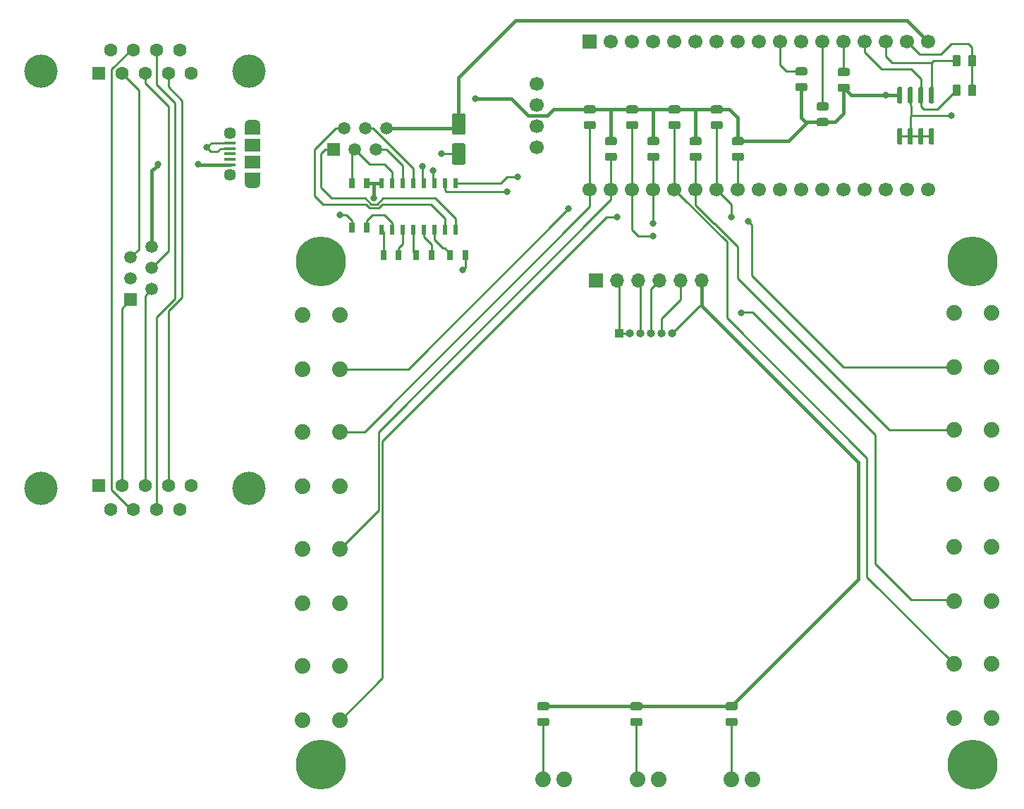
<source format=gbr>
G04 #@! TF.GenerationSoftware,KiCad,Pcbnew,(5.1.5)-3*
G04 #@! TF.CreationDate,2022-01-01T12:53:55-05:00*
G04 #@! TF.ProjectId,K3_RVFO,4b335f52-5646-44f2-9e6b-696361645f70,rev?*
G04 #@! TF.SameCoordinates,Original*
G04 #@! TF.FileFunction,Copper,L1,Top*
G04 #@! TF.FilePolarity,Positive*
%FSLAX46Y46*%
G04 Gerber Fmt 4.6, Leading zero omitted, Abs format (unit mm)*
G04 Created by KiCad (PCBNEW (5.1.5)-3) date 2022-01-01 12:53:55*
%MOMM*%
%LPD*%
G04 APERTURE LIST*
%ADD10O,1.000000X1.000000*%
%ADD11R,1.000000X1.000000*%
%ADD12R,1.520000X1.520000*%
%ADD13C,1.520000*%
%ADD14C,0.100000*%
%ADD15O,1.700000X1.700000*%
%ADD16R,1.700000X1.700000*%
%ADD17C,6.000000*%
%ADD18C,1.700000*%
%ADD19R,0.599440X1.198880*%
%ADD20C,1.879600*%
%ADD21R,1.900000X1.200000*%
%ADD22O,1.900000X1.200000*%
%ADD23R,1.900000X1.500000*%
%ADD24C,1.450000*%
%ADD25R,1.350000X0.400000*%
%ADD26C,4.000000*%
%ADD27C,1.600000*%
%ADD28R,1.600000X1.600000*%
%ADD29R,0.797560X1.198880*%
%ADD30C,0.800000*%
%ADD31C,0.250000*%
%ADD32C,0.381000*%
G04 APERTURE END LIST*
D10*
X113792000Y-77978000D03*
X112522000Y-77978000D03*
X111252000Y-77978000D03*
X109982000Y-77978000D03*
X108712000Y-77978000D03*
D11*
X107442000Y-77978000D03*
D12*
X48768000Y-73914000D03*
D13*
X51308000Y-72644000D03*
X48768000Y-71374000D03*
X51308000Y-70104000D03*
X48768000Y-68834000D03*
X51308000Y-67564000D03*
G04 #@! TA.AperFunction,SMDPad,CuDef*
D14*
G36*
X150049142Y-44513174D02*
G01*
X150072803Y-44516684D01*
X150096007Y-44522496D01*
X150118529Y-44530554D01*
X150140153Y-44540782D01*
X150160670Y-44553079D01*
X150179883Y-44567329D01*
X150197607Y-44583393D01*
X150213671Y-44601117D01*
X150227921Y-44620330D01*
X150240218Y-44640847D01*
X150250446Y-44662471D01*
X150258504Y-44684993D01*
X150264316Y-44708197D01*
X150267826Y-44731858D01*
X150269000Y-44755750D01*
X150269000Y-45668250D01*
X150267826Y-45692142D01*
X150264316Y-45715803D01*
X150258504Y-45739007D01*
X150250446Y-45761529D01*
X150240218Y-45783153D01*
X150227921Y-45803670D01*
X150213671Y-45822883D01*
X150197607Y-45840607D01*
X150179883Y-45856671D01*
X150160670Y-45870921D01*
X150140153Y-45883218D01*
X150118529Y-45893446D01*
X150096007Y-45901504D01*
X150072803Y-45907316D01*
X150049142Y-45910826D01*
X150025250Y-45912000D01*
X149537750Y-45912000D01*
X149513858Y-45910826D01*
X149490197Y-45907316D01*
X149466993Y-45901504D01*
X149444471Y-45893446D01*
X149422847Y-45883218D01*
X149402330Y-45870921D01*
X149383117Y-45856671D01*
X149365393Y-45840607D01*
X149349329Y-45822883D01*
X149335079Y-45803670D01*
X149322782Y-45783153D01*
X149312554Y-45761529D01*
X149304496Y-45739007D01*
X149298684Y-45715803D01*
X149295174Y-45692142D01*
X149294000Y-45668250D01*
X149294000Y-44755750D01*
X149295174Y-44731858D01*
X149298684Y-44708197D01*
X149304496Y-44684993D01*
X149312554Y-44662471D01*
X149322782Y-44640847D01*
X149335079Y-44620330D01*
X149349329Y-44601117D01*
X149365393Y-44583393D01*
X149383117Y-44567329D01*
X149402330Y-44553079D01*
X149422847Y-44540782D01*
X149444471Y-44530554D01*
X149466993Y-44522496D01*
X149490197Y-44516684D01*
X149513858Y-44513174D01*
X149537750Y-44512000D01*
X150025250Y-44512000D01*
X150049142Y-44513174D01*
G37*
G04 #@! TD.AperFunction*
G04 #@! TA.AperFunction,SMDPad,CuDef*
G36*
X148174142Y-44513174D02*
G01*
X148197803Y-44516684D01*
X148221007Y-44522496D01*
X148243529Y-44530554D01*
X148265153Y-44540782D01*
X148285670Y-44553079D01*
X148304883Y-44567329D01*
X148322607Y-44583393D01*
X148338671Y-44601117D01*
X148352921Y-44620330D01*
X148365218Y-44640847D01*
X148375446Y-44662471D01*
X148383504Y-44684993D01*
X148389316Y-44708197D01*
X148392826Y-44731858D01*
X148394000Y-44755750D01*
X148394000Y-45668250D01*
X148392826Y-45692142D01*
X148389316Y-45715803D01*
X148383504Y-45739007D01*
X148375446Y-45761529D01*
X148365218Y-45783153D01*
X148352921Y-45803670D01*
X148338671Y-45822883D01*
X148322607Y-45840607D01*
X148304883Y-45856671D01*
X148285670Y-45870921D01*
X148265153Y-45883218D01*
X148243529Y-45893446D01*
X148221007Y-45901504D01*
X148197803Y-45907316D01*
X148174142Y-45910826D01*
X148150250Y-45912000D01*
X147662750Y-45912000D01*
X147638858Y-45910826D01*
X147615197Y-45907316D01*
X147591993Y-45901504D01*
X147569471Y-45893446D01*
X147547847Y-45883218D01*
X147527330Y-45870921D01*
X147508117Y-45856671D01*
X147490393Y-45840607D01*
X147474329Y-45822883D01*
X147460079Y-45803670D01*
X147447782Y-45783153D01*
X147437554Y-45761529D01*
X147429496Y-45739007D01*
X147423684Y-45715803D01*
X147420174Y-45692142D01*
X147419000Y-45668250D01*
X147419000Y-44755750D01*
X147420174Y-44731858D01*
X147423684Y-44708197D01*
X147429496Y-44684993D01*
X147437554Y-44662471D01*
X147447782Y-44640847D01*
X147460079Y-44620330D01*
X147474329Y-44601117D01*
X147490393Y-44583393D01*
X147508117Y-44567329D01*
X147527330Y-44553079D01*
X147547847Y-44540782D01*
X147569471Y-44530554D01*
X147591993Y-44522496D01*
X147615197Y-44516684D01*
X147638858Y-44513174D01*
X147662750Y-44512000D01*
X148150250Y-44512000D01*
X148174142Y-44513174D01*
G37*
G04 #@! TD.AperFunction*
G04 #@! TA.AperFunction,SMDPad,CuDef*
G36*
X150049142Y-48069174D02*
G01*
X150072803Y-48072684D01*
X150096007Y-48078496D01*
X150118529Y-48086554D01*
X150140153Y-48096782D01*
X150160670Y-48109079D01*
X150179883Y-48123329D01*
X150197607Y-48139393D01*
X150213671Y-48157117D01*
X150227921Y-48176330D01*
X150240218Y-48196847D01*
X150250446Y-48218471D01*
X150258504Y-48240993D01*
X150264316Y-48264197D01*
X150267826Y-48287858D01*
X150269000Y-48311750D01*
X150269000Y-49224250D01*
X150267826Y-49248142D01*
X150264316Y-49271803D01*
X150258504Y-49295007D01*
X150250446Y-49317529D01*
X150240218Y-49339153D01*
X150227921Y-49359670D01*
X150213671Y-49378883D01*
X150197607Y-49396607D01*
X150179883Y-49412671D01*
X150160670Y-49426921D01*
X150140153Y-49439218D01*
X150118529Y-49449446D01*
X150096007Y-49457504D01*
X150072803Y-49463316D01*
X150049142Y-49466826D01*
X150025250Y-49468000D01*
X149537750Y-49468000D01*
X149513858Y-49466826D01*
X149490197Y-49463316D01*
X149466993Y-49457504D01*
X149444471Y-49449446D01*
X149422847Y-49439218D01*
X149402330Y-49426921D01*
X149383117Y-49412671D01*
X149365393Y-49396607D01*
X149349329Y-49378883D01*
X149335079Y-49359670D01*
X149322782Y-49339153D01*
X149312554Y-49317529D01*
X149304496Y-49295007D01*
X149298684Y-49271803D01*
X149295174Y-49248142D01*
X149294000Y-49224250D01*
X149294000Y-48311750D01*
X149295174Y-48287858D01*
X149298684Y-48264197D01*
X149304496Y-48240993D01*
X149312554Y-48218471D01*
X149322782Y-48196847D01*
X149335079Y-48176330D01*
X149349329Y-48157117D01*
X149365393Y-48139393D01*
X149383117Y-48123329D01*
X149402330Y-48109079D01*
X149422847Y-48096782D01*
X149444471Y-48086554D01*
X149466993Y-48078496D01*
X149490197Y-48072684D01*
X149513858Y-48069174D01*
X149537750Y-48068000D01*
X150025250Y-48068000D01*
X150049142Y-48069174D01*
G37*
G04 #@! TD.AperFunction*
G04 #@! TA.AperFunction,SMDPad,CuDef*
G36*
X148174142Y-48069174D02*
G01*
X148197803Y-48072684D01*
X148221007Y-48078496D01*
X148243529Y-48086554D01*
X148265153Y-48096782D01*
X148285670Y-48109079D01*
X148304883Y-48123329D01*
X148322607Y-48139393D01*
X148338671Y-48157117D01*
X148352921Y-48176330D01*
X148365218Y-48196847D01*
X148375446Y-48218471D01*
X148383504Y-48240993D01*
X148389316Y-48264197D01*
X148392826Y-48287858D01*
X148394000Y-48311750D01*
X148394000Y-49224250D01*
X148392826Y-49248142D01*
X148389316Y-49271803D01*
X148383504Y-49295007D01*
X148375446Y-49317529D01*
X148365218Y-49339153D01*
X148352921Y-49359670D01*
X148338671Y-49378883D01*
X148322607Y-49396607D01*
X148304883Y-49412671D01*
X148285670Y-49426921D01*
X148265153Y-49439218D01*
X148243529Y-49449446D01*
X148221007Y-49457504D01*
X148197803Y-49463316D01*
X148174142Y-49466826D01*
X148150250Y-49468000D01*
X147662750Y-49468000D01*
X147638858Y-49466826D01*
X147615197Y-49463316D01*
X147591993Y-49457504D01*
X147569471Y-49449446D01*
X147547847Y-49439218D01*
X147527330Y-49426921D01*
X147508117Y-49412671D01*
X147490393Y-49396607D01*
X147474329Y-49378883D01*
X147460079Y-49359670D01*
X147447782Y-49339153D01*
X147437554Y-49317529D01*
X147429496Y-49295007D01*
X147423684Y-49271803D01*
X147420174Y-49248142D01*
X147419000Y-49224250D01*
X147419000Y-48311750D01*
X147420174Y-48287858D01*
X147423684Y-48264197D01*
X147429496Y-48240993D01*
X147437554Y-48218471D01*
X147447782Y-48196847D01*
X147460079Y-48176330D01*
X147474329Y-48157117D01*
X147490393Y-48139393D01*
X147508117Y-48123329D01*
X147527330Y-48109079D01*
X147547847Y-48096782D01*
X147569471Y-48086554D01*
X147591993Y-48078496D01*
X147615197Y-48072684D01*
X147638858Y-48069174D01*
X147662750Y-48068000D01*
X148150250Y-48068000D01*
X148174142Y-48069174D01*
G37*
G04 #@! TD.AperFunction*
D15*
X117348000Y-71628000D03*
X114808000Y-71628000D03*
X112268000Y-71628000D03*
X109728000Y-71628000D03*
X107188000Y-71628000D03*
D16*
X104648000Y-71628000D03*
G04 #@! TA.AperFunction,SMDPad,CuDef*
D14*
G36*
X88712504Y-55111204D02*
G01*
X88736773Y-55114804D01*
X88760571Y-55120765D01*
X88783671Y-55129030D01*
X88805849Y-55139520D01*
X88826893Y-55152133D01*
X88846598Y-55166747D01*
X88864777Y-55183223D01*
X88881253Y-55201402D01*
X88895867Y-55221107D01*
X88908480Y-55242151D01*
X88918970Y-55264329D01*
X88927235Y-55287429D01*
X88933196Y-55311227D01*
X88936796Y-55335496D01*
X88938000Y-55360000D01*
X88938000Y-57460000D01*
X88936796Y-57484504D01*
X88933196Y-57508773D01*
X88927235Y-57532571D01*
X88918970Y-57555671D01*
X88908480Y-57577849D01*
X88895867Y-57598893D01*
X88881253Y-57618598D01*
X88864777Y-57636777D01*
X88846598Y-57653253D01*
X88826893Y-57667867D01*
X88805849Y-57680480D01*
X88783671Y-57690970D01*
X88760571Y-57699235D01*
X88736773Y-57705196D01*
X88712504Y-57708796D01*
X88688000Y-57710000D01*
X87588000Y-57710000D01*
X87563496Y-57708796D01*
X87539227Y-57705196D01*
X87515429Y-57699235D01*
X87492329Y-57690970D01*
X87470151Y-57680480D01*
X87449107Y-57667867D01*
X87429402Y-57653253D01*
X87411223Y-57636777D01*
X87394747Y-57618598D01*
X87380133Y-57598893D01*
X87367520Y-57577849D01*
X87357030Y-57555671D01*
X87348765Y-57532571D01*
X87342804Y-57508773D01*
X87339204Y-57484504D01*
X87338000Y-57460000D01*
X87338000Y-55360000D01*
X87339204Y-55335496D01*
X87342804Y-55311227D01*
X87348765Y-55287429D01*
X87357030Y-55264329D01*
X87367520Y-55242151D01*
X87380133Y-55221107D01*
X87394747Y-55201402D01*
X87411223Y-55183223D01*
X87429402Y-55166747D01*
X87449107Y-55152133D01*
X87470151Y-55139520D01*
X87492329Y-55129030D01*
X87515429Y-55120765D01*
X87539227Y-55114804D01*
X87563496Y-55111204D01*
X87588000Y-55110000D01*
X88688000Y-55110000D01*
X88712504Y-55111204D01*
G37*
G04 #@! TD.AperFunction*
G04 #@! TA.AperFunction,SMDPad,CuDef*
G36*
X88712504Y-51511204D02*
G01*
X88736773Y-51514804D01*
X88760571Y-51520765D01*
X88783671Y-51529030D01*
X88805849Y-51539520D01*
X88826893Y-51552133D01*
X88846598Y-51566747D01*
X88864777Y-51583223D01*
X88881253Y-51601402D01*
X88895867Y-51621107D01*
X88908480Y-51642151D01*
X88918970Y-51664329D01*
X88927235Y-51687429D01*
X88933196Y-51711227D01*
X88936796Y-51735496D01*
X88938000Y-51760000D01*
X88938000Y-53860000D01*
X88936796Y-53884504D01*
X88933196Y-53908773D01*
X88927235Y-53932571D01*
X88918970Y-53955671D01*
X88908480Y-53977849D01*
X88895867Y-53998893D01*
X88881253Y-54018598D01*
X88864777Y-54036777D01*
X88846598Y-54053253D01*
X88826893Y-54067867D01*
X88805849Y-54080480D01*
X88783671Y-54090970D01*
X88760571Y-54099235D01*
X88736773Y-54105196D01*
X88712504Y-54108796D01*
X88688000Y-54110000D01*
X87588000Y-54110000D01*
X87563496Y-54108796D01*
X87539227Y-54105196D01*
X87515429Y-54099235D01*
X87492329Y-54090970D01*
X87470151Y-54080480D01*
X87449107Y-54067867D01*
X87429402Y-54053253D01*
X87411223Y-54036777D01*
X87394747Y-54018598D01*
X87380133Y-53998893D01*
X87367520Y-53977849D01*
X87357030Y-53955671D01*
X87348765Y-53932571D01*
X87342804Y-53908773D01*
X87339204Y-53884504D01*
X87338000Y-53860000D01*
X87338000Y-51760000D01*
X87339204Y-51735496D01*
X87342804Y-51711227D01*
X87348765Y-51687429D01*
X87357030Y-51664329D01*
X87367520Y-51642151D01*
X87380133Y-51621107D01*
X87394747Y-51601402D01*
X87411223Y-51583223D01*
X87429402Y-51566747D01*
X87449107Y-51552133D01*
X87470151Y-51539520D01*
X87492329Y-51529030D01*
X87515429Y-51520765D01*
X87539227Y-51514804D01*
X87563496Y-51511204D01*
X87588000Y-51510000D01*
X88688000Y-51510000D01*
X88712504Y-51511204D01*
G37*
G04 #@! TD.AperFunction*
G04 #@! TA.AperFunction,SMDPad,CuDef*
G36*
X122146142Y-54377674D02*
G01*
X122169803Y-54381184D01*
X122193007Y-54386996D01*
X122215529Y-54395054D01*
X122237153Y-54405282D01*
X122257670Y-54417579D01*
X122276883Y-54431829D01*
X122294607Y-54447893D01*
X122310671Y-54465617D01*
X122324921Y-54484830D01*
X122337218Y-54505347D01*
X122347446Y-54526971D01*
X122355504Y-54549493D01*
X122361316Y-54572697D01*
X122364826Y-54596358D01*
X122366000Y-54620250D01*
X122366000Y-55107750D01*
X122364826Y-55131642D01*
X122361316Y-55155303D01*
X122355504Y-55178507D01*
X122347446Y-55201029D01*
X122337218Y-55222653D01*
X122324921Y-55243170D01*
X122310671Y-55262383D01*
X122294607Y-55280107D01*
X122276883Y-55296171D01*
X122257670Y-55310421D01*
X122237153Y-55322718D01*
X122215529Y-55332946D01*
X122193007Y-55341004D01*
X122169803Y-55346816D01*
X122146142Y-55350326D01*
X122122250Y-55351500D01*
X121209750Y-55351500D01*
X121185858Y-55350326D01*
X121162197Y-55346816D01*
X121138993Y-55341004D01*
X121116471Y-55332946D01*
X121094847Y-55322718D01*
X121074330Y-55310421D01*
X121055117Y-55296171D01*
X121037393Y-55280107D01*
X121021329Y-55262383D01*
X121007079Y-55243170D01*
X120994782Y-55222653D01*
X120984554Y-55201029D01*
X120976496Y-55178507D01*
X120970684Y-55155303D01*
X120967174Y-55131642D01*
X120966000Y-55107750D01*
X120966000Y-54620250D01*
X120967174Y-54596358D01*
X120970684Y-54572697D01*
X120976496Y-54549493D01*
X120984554Y-54526971D01*
X120994782Y-54505347D01*
X121007079Y-54484830D01*
X121021329Y-54465617D01*
X121037393Y-54447893D01*
X121055117Y-54431829D01*
X121074330Y-54417579D01*
X121094847Y-54405282D01*
X121116471Y-54395054D01*
X121138993Y-54386996D01*
X121162197Y-54381184D01*
X121185858Y-54377674D01*
X121209750Y-54376500D01*
X122122250Y-54376500D01*
X122146142Y-54377674D01*
G37*
G04 #@! TD.AperFunction*
G04 #@! TA.AperFunction,SMDPad,CuDef*
G36*
X122146142Y-56252674D02*
G01*
X122169803Y-56256184D01*
X122193007Y-56261996D01*
X122215529Y-56270054D01*
X122237153Y-56280282D01*
X122257670Y-56292579D01*
X122276883Y-56306829D01*
X122294607Y-56322893D01*
X122310671Y-56340617D01*
X122324921Y-56359830D01*
X122337218Y-56380347D01*
X122347446Y-56401971D01*
X122355504Y-56424493D01*
X122361316Y-56447697D01*
X122364826Y-56471358D01*
X122366000Y-56495250D01*
X122366000Y-56982750D01*
X122364826Y-57006642D01*
X122361316Y-57030303D01*
X122355504Y-57053507D01*
X122347446Y-57076029D01*
X122337218Y-57097653D01*
X122324921Y-57118170D01*
X122310671Y-57137383D01*
X122294607Y-57155107D01*
X122276883Y-57171171D01*
X122257670Y-57185421D01*
X122237153Y-57197718D01*
X122215529Y-57207946D01*
X122193007Y-57216004D01*
X122169803Y-57221816D01*
X122146142Y-57225326D01*
X122122250Y-57226500D01*
X121209750Y-57226500D01*
X121185858Y-57225326D01*
X121162197Y-57221816D01*
X121138993Y-57216004D01*
X121116471Y-57207946D01*
X121094847Y-57197718D01*
X121074330Y-57185421D01*
X121055117Y-57171171D01*
X121037393Y-57155107D01*
X121021329Y-57137383D01*
X121007079Y-57118170D01*
X120994782Y-57097653D01*
X120984554Y-57076029D01*
X120976496Y-57053507D01*
X120970684Y-57030303D01*
X120967174Y-57006642D01*
X120966000Y-56982750D01*
X120966000Y-56495250D01*
X120967174Y-56471358D01*
X120970684Y-56447697D01*
X120976496Y-56424493D01*
X120984554Y-56401971D01*
X120994782Y-56380347D01*
X121007079Y-56359830D01*
X121021329Y-56340617D01*
X121037393Y-56322893D01*
X121055117Y-56306829D01*
X121074330Y-56292579D01*
X121094847Y-56280282D01*
X121116471Y-56270054D01*
X121138993Y-56261996D01*
X121162197Y-56256184D01*
X121185858Y-56252674D01*
X121209750Y-56251500D01*
X122122250Y-56251500D01*
X122146142Y-56252674D01*
G37*
G04 #@! TD.AperFunction*
G04 #@! TA.AperFunction,SMDPad,CuDef*
G36*
X119606142Y-50567674D02*
G01*
X119629803Y-50571184D01*
X119653007Y-50576996D01*
X119675529Y-50585054D01*
X119697153Y-50595282D01*
X119717670Y-50607579D01*
X119736883Y-50621829D01*
X119754607Y-50637893D01*
X119770671Y-50655617D01*
X119784921Y-50674830D01*
X119797218Y-50695347D01*
X119807446Y-50716971D01*
X119815504Y-50739493D01*
X119821316Y-50762697D01*
X119824826Y-50786358D01*
X119826000Y-50810250D01*
X119826000Y-51297750D01*
X119824826Y-51321642D01*
X119821316Y-51345303D01*
X119815504Y-51368507D01*
X119807446Y-51391029D01*
X119797218Y-51412653D01*
X119784921Y-51433170D01*
X119770671Y-51452383D01*
X119754607Y-51470107D01*
X119736883Y-51486171D01*
X119717670Y-51500421D01*
X119697153Y-51512718D01*
X119675529Y-51522946D01*
X119653007Y-51531004D01*
X119629803Y-51536816D01*
X119606142Y-51540326D01*
X119582250Y-51541500D01*
X118669750Y-51541500D01*
X118645858Y-51540326D01*
X118622197Y-51536816D01*
X118598993Y-51531004D01*
X118576471Y-51522946D01*
X118554847Y-51512718D01*
X118534330Y-51500421D01*
X118515117Y-51486171D01*
X118497393Y-51470107D01*
X118481329Y-51452383D01*
X118467079Y-51433170D01*
X118454782Y-51412653D01*
X118444554Y-51391029D01*
X118436496Y-51368507D01*
X118430684Y-51345303D01*
X118427174Y-51321642D01*
X118426000Y-51297750D01*
X118426000Y-50810250D01*
X118427174Y-50786358D01*
X118430684Y-50762697D01*
X118436496Y-50739493D01*
X118444554Y-50716971D01*
X118454782Y-50695347D01*
X118467079Y-50674830D01*
X118481329Y-50655617D01*
X118497393Y-50637893D01*
X118515117Y-50621829D01*
X118534330Y-50607579D01*
X118554847Y-50595282D01*
X118576471Y-50585054D01*
X118598993Y-50576996D01*
X118622197Y-50571184D01*
X118645858Y-50567674D01*
X118669750Y-50566500D01*
X119582250Y-50566500D01*
X119606142Y-50567674D01*
G37*
G04 #@! TD.AperFunction*
G04 #@! TA.AperFunction,SMDPad,CuDef*
G36*
X119606142Y-52442674D02*
G01*
X119629803Y-52446184D01*
X119653007Y-52451996D01*
X119675529Y-52460054D01*
X119697153Y-52470282D01*
X119717670Y-52482579D01*
X119736883Y-52496829D01*
X119754607Y-52512893D01*
X119770671Y-52530617D01*
X119784921Y-52549830D01*
X119797218Y-52570347D01*
X119807446Y-52591971D01*
X119815504Y-52614493D01*
X119821316Y-52637697D01*
X119824826Y-52661358D01*
X119826000Y-52685250D01*
X119826000Y-53172750D01*
X119824826Y-53196642D01*
X119821316Y-53220303D01*
X119815504Y-53243507D01*
X119807446Y-53266029D01*
X119797218Y-53287653D01*
X119784921Y-53308170D01*
X119770671Y-53327383D01*
X119754607Y-53345107D01*
X119736883Y-53361171D01*
X119717670Y-53375421D01*
X119697153Y-53387718D01*
X119675529Y-53397946D01*
X119653007Y-53406004D01*
X119629803Y-53411816D01*
X119606142Y-53415326D01*
X119582250Y-53416500D01*
X118669750Y-53416500D01*
X118645858Y-53415326D01*
X118622197Y-53411816D01*
X118598993Y-53406004D01*
X118576471Y-53397946D01*
X118554847Y-53387718D01*
X118534330Y-53375421D01*
X118515117Y-53361171D01*
X118497393Y-53345107D01*
X118481329Y-53327383D01*
X118467079Y-53308170D01*
X118454782Y-53287653D01*
X118444554Y-53266029D01*
X118436496Y-53243507D01*
X118430684Y-53220303D01*
X118427174Y-53196642D01*
X118426000Y-53172750D01*
X118426000Y-52685250D01*
X118427174Y-52661358D01*
X118430684Y-52637697D01*
X118436496Y-52614493D01*
X118444554Y-52591971D01*
X118454782Y-52570347D01*
X118467079Y-52549830D01*
X118481329Y-52530617D01*
X118497393Y-52512893D01*
X118515117Y-52496829D01*
X118534330Y-52482579D01*
X118554847Y-52470282D01*
X118576471Y-52460054D01*
X118598993Y-52451996D01*
X118622197Y-52446184D01*
X118645858Y-52442674D01*
X118669750Y-52441500D01*
X119582250Y-52441500D01*
X119606142Y-52442674D01*
G37*
G04 #@! TD.AperFunction*
G04 #@! TA.AperFunction,SMDPad,CuDef*
G36*
X117066142Y-54377674D02*
G01*
X117089803Y-54381184D01*
X117113007Y-54386996D01*
X117135529Y-54395054D01*
X117157153Y-54405282D01*
X117177670Y-54417579D01*
X117196883Y-54431829D01*
X117214607Y-54447893D01*
X117230671Y-54465617D01*
X117244921Y-54484830D01*
X117257218Y-54505347D01*
X117267446Y-54526971D01*
X117275504Y-54549493D01*
X117281316Y-54572697D01*
X117284826Y-54596358D01*
X117286000Y-54620250D01*
X117286000Y-55107750D01*
X117284826Y-55131642D01*
X117281316Y-55155303D01*
X117275504Y-55178507D01*
X117267446Y-55201029D01*
X117257218Y-55222653D01*
X117244921Y-55243170D01*
X117230671Y-55262383D01*
X117214607Y-55280107D01*
X117196883Y-55296171D01*
X117177670Y-55310421D01*
X117157153Y-55322718D01*
X117135529Y-55332946D01*
X117113007Y-55341004D01*
X117089803Y-55346816D01*
X117066142Y-55350326D01*
X117042250Y-55351500D01*
X116129750Y-55351500D01*
X116105858Y-55350326D01*
X116082197Y-55346816D01*
X116058993Y-55341004D01*
X116036471Y-55332946D01*
X116014847Y-55322718D01*
X115994330Y-55310421D01*
X115975117Y-55296171D01*
X115957393Y-55280107D01*
X115941329Y-55262383D01*
X115927079Y-55243170D01*
X115914782Y-55222653D01*
X115904554Y-55201029D01*
X115896496Y-55178507D01*
X115890684Y-55155303D01*
X115887174Y-55131642D01*
X115886000Y-55107750D01*
X115886000Y-54620250D01*
X115887174Y-54596358D01*
X115890684Y-54572697D01*
X115896496Y-54549493D01*
X115904554Y-54526971D01*
X115914782Y-54505347D01*
X115927079Y-54484830D01*
X115941329Y-54465617D01*
X115957393Y-54447893D01*
X115975117Y-54431829D01*
X115994330Y-54417579D01*
X116014847Y-54405282D01*
X116036471Y-54395054D01*
X116058993Y-54386996D01*
X116082197Y-54381184D01*
X116105858Y-54377674D01*
X116129750Y-54376500D01*
X117042250Y-54376500D01*
X117066142Y-54377674D01*
G37*
G04 #@! TD.AperFunction*
G04 #@! TA.AperFunction,SMDPad,CuDef*
G36*
X117066142Y-56252674D02*
G01*
X117089803Y-56256184D01*
X117113007Y-56261996D01*
X117135529Y-56270054D01*
X117157153Y-56280282D01*
X117177670Y-56292579D01*
X117196883Y-56306829D01*
X117214607Y-56322893D01*
X117230671Y-56340617D01*
X117244921Y-56359830D01*
X117257218Y-56380347D01*
X117267446Y-56401971D01*
X117275504Y-56424493D01*
X117281316Y-56447697D01*
X117284826Y-56471358D01*
X117286000Y-56495250D01*
X117286000Y-56982750D01*
X117284826Y-57006642D01*
X117281316Y-57030303D01*
X117275504Y-57053507D01*
X117267446Y-57076029D01*
X117257218Y-57097653D01*
X117244921Y-57118170D01*
X117230671Y-57137383D01*
X117214607Y-57155107D01*
X117196883Y-57171171D01*
X117177670Y-57185421D01*
X117157153Y-57197718D01*
X117135529Y-57207946D01*
X117113007Y-57216004D01*
X117089803Y-57221816D01*
X117066142Y-57225326D01*
X117042250Y-57226500D01*
X116129750Y-57226500D01*
X116105858Y-57225326D01*
X116082197Y-57221816D01*
X116058993Y-57216004D01*
X116036471Y-57207946D01*
X116014847Y-57197718D01*
X115994330Y-57185421D01*
X115975117Y-57171171D01*
X115957393Y-57155107D01*
X115941329Y-57137383D01*
X115927079Y-57118170D01*
X115914782Y-57097653D01*
X115904554Y-57076029D01*
X115896496Y-57053507D01*
X115890684Y-57030303D01*
X115887174Y-57006642D01*
X115886000Y-56982750D01*
X115886000Y-56495250D01*
X115887174Y-56471358D01*
X115890684Y-56447697D01*
X115896496Y-56424493D01*
X115904554Y-56401971D01*
X115914782Y-56380347D01*
X115927079Y-56359830D01*
X115941329Y-56340617D01*
X115957393Y-56322893D01*
X115975117Y-56306829D01*
X115994330Y-56292579D01*
X116014847Y-56280282D01*
X116036471Y-56270054D01*
X116058993Y-56261996D01*
X116082197Y-56256184D01*
X116105858Y-56252674D01*
X116129750Y-56251500D01*
X117042250Y-56251500D01*
X117066142Y-56252674D01*
G37*
G04 #@! TD.AperFunction*
G04 #@! TA.AperFunction,SMDPad,CuDef*
G36*
X114526142Y-50567674D02*
G01*
X114549803Y-50571184D01*
X114573007Y-50576996D01*
X114595529Y-50585054D01*
X114617153Y-50595282D01*
X114637670Y-50607579D01*
X114656883Y-50621829D01*
X114674607Y-50637893D01*
X114690671Y-50655617D01*
X114704921Y-50674830D01*
X114717218Y-50695347D01*
X114727446Y-50716971D01*
X114735504Y-50739493D01*
X114741316Y-50762697D01*
X114744826Y-50786358D01*
X114746000Y-50810250D01*
X114746000Y-51297750D01*
X114744826Y-51321642D01*
X114741316Y-51345303D01*
X114735504Y-51368507D01*
X114727446Y-51391029D01*
X114717218Y-51412653D01*
X114704921Y-51433170D01*
X114690671Y-51452383D01*
X114674607Y-51470107D01*
X114656883Y-51486171D01*
X114637670Y-51500421D01*
X114617153Y-51512718D01*
X114595529Y-51522946D01*
X114573007Y-51531004D01*
X114549803Y-51536816D01*
X114526142Y-51540326D01*
X114502250Y-51541500D01*
X113589750Y-51541500D01*
X113565858Y-51540326D01*
X113542197Y-51536816D01*
X113518993Y-51531004D01*
X113496471Y-51522946D01*
X113474847Y-51512718D01*
X113454330Y-51500421D01*
X113435117Y-51486171D01*
X113417393Y-51470107D01*
X113401329Y-51452383D01*
X113387079Y-51433170D01*
X113374782Y-51412653D01*
X113364554Y-51391029D01*
X113356496Y-51368507D01*
X113350684Y-51345303D01*
X113347174Y-51321642D01*
X113346000Y-51297750D01*
X113346000Y-50810250D01*
X113347174Y-50786358D01*
X113350684Y-50762697D01*
X113356496Y-50739493D01*
X113364554Y-50716971D01*
X113374782Y-50695347D01*
X113387079Y-50674830D01*
X113401329Y-50655617D01*
X113417393Y-50637893D01*
X113435117Y-50621829D01*
X113454330Y-50607579D01*
X113474847Y-50595282D01*
X113496471Y-50585054D01*
X113518993Y-50576996D01*
X113542197Y-50571184D01*
X113565858Y-50567674D01*
X113589750Y-50566500D01*
X114502250Y-50566500D01*
X114526142Y-50567674D01*
G37*
G04 #@! TD.AperFunction*
G04 #@! TA.AperFunction,SMDPad,CuDef*
G36*
X114526142Y-52442674D02*
G01*
X114549803Y-52446184D01*
X114573007Y-52451996D01*
X114595529Y-52460054D01*
X114617153Y-52470282D01*
X114637670Y-52482579D01*
X114656883Y-52496829D01*
X114674607Y-52512893D01*
X114690671Y-52530617D01*
X114704921Y-52549830D01*
X114717218Y-52570347D01*
X114727446Y-52591971D01*
X114735504Y-52614493D01*
X114741316Y-52637697D01*
X114744826Y-52661358D01*
X114746000Y-52685250D01*
X114746000Y-53172750D01*
X114744826Y-53196642D01*
X114741316Y-53220303D01*
X114735504Y-53243507D01*
X114727446Y-53266029D01*
X114717218Y-53287653D01*
X114704921Y-53308170D01*
X114690671Y-53327383D01*
X114674607Y-53345107D01*
X114656883Y-53361171D01*
X114637670Y-53375421D01*
X114617153Y-53387718D01*
X114595529Y-53397946D01*
X114573007Y-53406004D01*
X114549803Y-53411816D01*
X114526142Y-53415326D01*
X114502250Y-53416500D01*
X113589750Y-53416500D01*
X113565858Y-53415326D01*
X113542197Y-53411816D01*
X113518993Y-53406004D01*
X113496471Y-53397946D01*
X113474847Y-53387718D01*
X113454330Y-53375421D01*
X113435117Y-53361171D01*
X113417393Y-53345107D01*
X113401329Y-53327383D01*
X113387079Y-53308170D01*
X113374782Y-53287653D01*
X113364554Y-53266029D01*
X113356496Y-53243507D01*
X113350684Y-53220303D01*
X113347174Y-53196642D01*
X113346000Y-53172750D01*
X113346000Y-52685250D01*
X113347174Y-52661358D01*
X113350684Y-52637697D01*
X113356496Y-52614493D01*
X113364554Y-52591971D01*
X113374782Y-52570347D01*
X113387079Y-52549830D01*
X113401329Y-52530617D01*
X113417393Y-52512893D01*
X113435117Y-52496829D01*
X113454330Y-52482579D01*
X113474847Y-52470282D01*
X113496471Y-52460054D01*
X113518993Y-52451996D01*
X113542197Y-52446184D01*
X113565858Y-52442674D01*
X113589750Y-52441500D01*
X114502250Y-52441500D01*
X114526142Y-52442674D01*
G37*
G04 #@! TD.AperFunction*
G04 #@! TA.AperFunction,SMDPad,CuDef*
G36*
X111986142Y-54377674D02*
G01*
X112009803Y-54381184D01*
X112033007Y-54386996D01*
X112055529Y-54395054D01*
X112077153Y-54405282D01*
X112097670Y-54417579D01*
X112116883Y-54431829D01*
X112134607Y-54447893D01*
X112150671Y-54465617D01*
X112164921Y-54484830D01*
X112177218Y-54505347D01*
X112187446Y-54526971D01*
X112195504Y-54549493D01*
X112201316Y-54572697D01*
X112204826Y-54596358D01*
X112206000Y-54620250D01*
X112206000Y-55107750D01*
X112204826Y-55131642D01*
X112201316Y-55155303D01*
X112195504Y-55178507D01*
X112187446Y-55201029D01*
X112177218Y-55222653D01*
X112164921Y-55243170D01*
X112150671Y-55262383D01*
X112134607Y-55280107D01*
X112116883Y-55296171D01*
X112097670Y-55310421D01*
X112077153Y-55322718D01*
X112055529Y-55332946D01*
X112033007Y-55341004D01*
X112009803Y-55346816D01*
X111986142Y-55350326D01*
X111962250Y-55351500D01*
X111049750Y-55351500D01*
X111025858Y-55350326D01*
X111002197Y-55346816D01*
X110978993Y-55341004D01*
X110956471Y-55332946D01*
X110934847Y-55322718D01*
X110914330Y-55310421D01*
X110895117Y-55296171D01*
X110877393Y-55280107D01*
X110861329Y-55262383D01*
X110847079Y-55243170D01*
X110834782Y-55222653D01*
X110824554Y-55201029D01*
X110816496Y-55178507D01*
X110810684Y-55155303D01*
X110807174Y-55131642D01*
X110806000Y-55107750D01*
X110806000Y-54620250D01*
X110807174Y-54596358D01*
X110810684Y-54572697D01*
X110816496Y-54549493D01*
X110824554Y-54526971D01*
X110834782Y-54505347D01*
X110847079Y-54484830D01*
X110861329Y-54465617D01*
X110877393Y-54447893D01*
X110895117Y-54431829D01*
X110914330Y-54417579D01*
X110934847Y-54405282D01*
X110956471Y-54395054D01*
X110978993Y-54386996D01*
X111002197Y-54381184D01*
X111025858Y-54377674D01*
X111049750Y-54376500D01*
X111962250Y-54376500D01*
X111986142Y-54377674D01*
G37*
G04 #@! TD.AperFunction*
G04 #@! TA.AperFunction,SMDPad,CuDef*
G36*
X111986142Y-56252674D02*
G01*
X112009803Y-56256184D01*
X112033007Y-56261996D01*
X112055529Y-56270054D01*
X112077153Y-56280282D01*
X112097670Y-56292579D01*
X112116883Y-56306829D01*
X112134607Y-56322893D01*
X112150671Y-56340617D01*
X112164921Y-56359830D01*
X112177218Y-56380347D01*
X112187446Y-56401971D01*
X112195504Y-56424493D01*
X112201316Y-56447697D01*
X112204826Y-56471358D01*
X112206000Y-56495250D01*
X112206000Y-56982750D01*
X112204826Y-57006642D01*
X112201316Y-57030303D01*
X112195504Y-57053507D01*
X112187446Y-57076029D01*
X112177218Y-57097653D01*
X112164921Y-57118170D01*
X112150671Y-57137383D01*
X112134607Y-57155107D01*
X112116883Y-57171171D01*
X112097670Y-57185421D01*
X112077153Y-57197718D01*
X112055529Y-57207946D01*
X112033007Y-57216004D01*
X112009803Y-57221816D01*
X111986142Y-57225326D01*
X111962250Y-57226500D01*
X111049750Y-57226500D01*
X111025858Y-57225326D01*
X111002197Y-57221816D01*
X110978993Y-57216004D01*
X110956471Y-57207946D01*
X110934847Y-57197718D01*
X110914330Y-57185421D01*
X110895117Y-57171171D01*
X110877393Y-57155107D01*
X110861329Y-57137383D01*
X110847079Y-57118170D01*
X110834782Y-57097653D01*
X110824554Y-57076029D01*
X110816496Y-57053507D01*
X110810684Y-57030303D01*
X110807174Y-57006642D01*
X110806000Y-56982750D01*
X110806000Y-56495250D01*
X110807174Y-56471358D01*
X110810684Y-56447697D01*
X110816496Y-56424493D01*
X110824554Y-56401971D01*
X110834782Y-56380347D01*
X110847079Y-56359830D01*
X110861329Y-56340617D01*
X110877393Y-56322893D01*
X110895117Y-56306829D01*
X110914330Y-56292579D01*
X110934847Y-56280282D01*
X110956471Y-56270054D01*
X110978993Y-56261996D01*
X111002197Y-56256184D01*
X111025858Y-56252674D01*
X111049750Y-56251500D01*
X111962250Y-56251500D01*
X111986142Y-56252674D01*
G37*
G04 #@! TD.AperFunction*
G04 #@! TA.AperFunction,SMDPad,CuDef*
G36*
X109446142Y-50567674D02*
G01*
X109469803Y-50571184D01*
X109493007Y-50576996D01*
X109515529Y-50585054D01*
X109537153Y-50595282D01*
X109557670Y-50607579D01*
X109576883Y-50621829D01*
X109594607Y-50637893D01*
X109610671Y-50655617D01*
X109624921Y-50674830D01*
X109637218Y-50695347D01*
X109647446Y-50716971D01*
X109655504Y-50739493D01*
X109661316Y-50762697D01*
X109664826Y-50786358D01*
X109666000Y-50810250D01*
X109666000Y-51297750D01*
X109664826Y-51321642D01*
X109661316Y-51345303D01*
X109655504Y-51368507D01*
X109647446Y-51391029D01*
X109637218Y-51412653D01*
X109624921Y-51433170D01*
X109610671Y-51452383D01*
X109594607Y-51470107D01*
X109576883Y-51486171D01*
X109557670Y-51500421D01*
X109537153Y-51512718D01*
X109515529Y-51522946D01*
X109493007Y-51531004D01*
X109469803Y-51536816D01*
X109446142Y-51540326D01*
X109422250Y-51541500D01*
X108509750Y-51541500D01*
X108485858Y-51540326D01*
X108462197Y-51536816D01*
X108438993Y-51531004D01*
X108416471Y-51522946D01*
X108394847Y-51512718D01*
X108374330Y-51500421D01*
X108355117Y-51486171D01*
X108337393Y-51470107D01*
X108321329Y-51452383D01*
X108307079Y-51433170D01*
X108294782Y-51412653D01*
X108284554Y-51391029D01*
X108276496Y-51368507D01*
X108270684Y-51345303D01*
X108267174Y-51321642D01*
X108266000Y-51297750D01*
X108266000Y-50810250D01*
X108267174Y-50786358D01*
X108270684Y-50762697D01*
X108276496Y-50739493D01*
X108284554Y-50716971D01*
X108294782Y-50695347D01*
X108307079Y-50674830D01*
X108321329Y-50655617D01*
X108337393Y-50637893D01*
X108355117Y-50621829D01*
X108374330Y-50607579D01*
X108394847Y-50595282D01*
X108416471Y-50585054D01*
X108438993Y-50576996D01*
X108462197Y-50571184D01*
X108485858Y-50567674D01*
X108509750Y-50566500D01*
X109422250Y-50566500D01*
X109446142Y-50567674D01*
G37*
G04 #@! TD.AperFunction*
G04 #@! TA.AperFunction,SMDPad,CuDef*
G36*
X109446142Y-52442674D02*
G01*
X109469803Y-52446184D01*
X109493007Y-52451996D01*
X109515529Y-52460054D01*
X109537153Y-52470282D01*
X109557670Y-52482579D01*
X109576883Y-52496829D01*
X109594607Y-52512893D01*
X109610671Y-52530617D01*
X109624921Y-52549830D01*
X109637218Y-52570347D01*
X109647446Y-52591971D01*
X109655504Y-52614493D01*
X109661316Y-52637697D01*
X109664826Y-52661358D01*
X109666000Y-52685250D01*
X109666000Y-53172750D01*
X109664826Y-53196642D01*
X109661316Y-53220303D01*
X109655504Y-53243507D01*
X109647446Y-53266029D01*
X109637218Y-53287653D01*
X109624921Y-53308170D01*
X109610671Y-53327383D01*
X109594607Y-53345107D01*
X109576883Y-53361171D01*
X109557670Y-53375421D01*
X109537153Y-53387718D01*
X109515529Y-53397946D01*
X109493007Y-53406004D01*
X109469803Y-53411816D01*
X109446142Y-53415326D01*
X109422250Y-53416500D01*
X108509750Y-53416500D01*
X108485858Y-53415326D01*
X108462197Y-53411816D01*
X108438993Y-53406004D01*
X108416471Y-53397946D01*
X108394847Y-53387718D01*
X108374330Y-53375421D01*
X108355117Y-53361171D01*
X108337393Y-53345107D01*
X108321329Y-53327383D01*
X108307079Y-53308170D01*
X108294782Y-53287653D01*
X108284554Y-53266029D01*
X108276496Y-53243507D01*
X108270684Y-53220303D01*
X108267174Y-53196642D01*
X108266000Y-53172750D01*
X108266000Y-52685250D01*
X108267174Y-52661358D01*
X108270684Y-52637697D01*
X108276496Y-52614493D01*
X108284554Y-52591971D01*
X108294782Y-52570347D01*
X108307079Y-52549830D01*
X108321329Y-52530617D01*
X108337393Y-52512893D01*
X108355117Y-52496829D01*
X108374330Y-52482579D01*
X108394847Y-52470282D01*
X108416471Y-52460054D01*
X108438993Y-52451996D01*
X108462197Y-52446184D01*
X108485858Y-52442674D01*
X108509750Y-52441500D01*
X109422250Y-52441500D01*
X109446142Y-52442674D01*
G37*
G04 #@! TD.AperFunction*
G04 #@! TA.AperFunction,SMDPad,CuDef*
G36*
X106906142Y-54377674D02*
G01*
X106929803Y-54381184D01*
X106953007Y-54386996D01*
X106975529Y-54395054D01*
X106997153Y-54405282D01*
X107017670Y-54417579D01*
X107036883Y-54431829D01*
X107054607Y-54447893D01*
X107070671Y-54465617D01*
X107084921Y-54484830D01*
X107097218Y-54505347D01*
X107107446Y-54526971D01*
X107115504Y-54549493D01*
X107121316Y-54572697D01*
X107124826Y-54596358D01*
X107126000Y-54620250D01*
X107126000Y-55107750D01*
X107124826Y-55131642D01*
X107121316Y-55155303D01*
X107115504Y-55178507D01*
X107107446Y-55201029D01*
X107097218Y-55222653D01*
X107084921Y-55243170D01*
X107070671Y-55262383D01*
X107054607Y-55280107D01*
X107036883Y-55296171D01*
X107017670Y-55310421D01*
X106997153Y-55322718D01*
X106975529Y-55332946D01*
X106953007Y-55341004D01*
X106929803Y-55346816D01*
X106906142Y-55350326D01*
X106882250Y-55351500D01*
X105969750Y-55351500D01*
X105945858Y-55350326D01*
X105922197Y-55346816D01*
X105898993Y-55341004D01*
X105876471Y-55332946D01*
X105854847Y-55322718D01*
X105834330Y-55310421D01*
X105815117Y-55296171D01*
X105797393Y-55280107D01*
X105781329Y-55262383D01*
X105767079Y-55243170D01*
X105754782Y-55222653D01*
X105744554Y-55201029D01*
X105736496Y-55178507D01*
X105730684Y-55155303D01*
X105727174Y-55131642D01*
X105726000Y-55107750D01*
X105726000Y-54620250D01*
X105727174Y-54596358D01*
X105730684Y-54572697D01*
X105736496Y-54549493D01*
X105744554Y-54526971D01*
X105754782Y-54505347D01*
X105767079Y-54484830D01*
X105781329Y-54465617D01*
X105797393Y-54447893D01*
X105815117Y-54431829D01*
X105834330Y-54417579D01*
X105854847Y-54405282D01*
X105876471Y-54395054D01*
X105898993Y-54386996D01*
X105922197Y-54381184D01*
X105945858Y-54377674D01*
X105969750Y-54376500D01*
X106882250Y-54376500D01*
X106906142Y-54377674D01*
G37*
G04 #@! TD.AperFunction*
G04 #@! TA.AperFunction,SMDPad,CuDef*
G36*
X106906142Y-56252674D02*
G01*
X106929803Y-56256184D01*
X106953007Y-56261996D01*
X106975529Y-56270054D01*
X106997153Y-56280282D01*
X107017670Y-56292579D01*
X107036883Y-56306829D01*
X107054607Y-56322893D01*
X107070671Y-56340617D01*
X107084921Y-56359830D01*
X107097218Y-56380347D01*
X107107446Y-56401971D01*
X107115504Y-56424493D01*
X107121316Y-56447697D01*
X107124826Y-56471358D01*
X107126000Y-56495250D01*
X107126000Y-56982750D01*
X107124826Y-57006642D01*
X107121316Y-57030303D01*
X107115504Y-57053507D01*
X107107446Y-57076029D01*
X107097218Y-57097653D01*
X107084921Y-57118170D01*
X107070671Y-57137383D01*
X107054607Y-57155107D01*
X107036883Y-57171171D01*
X107017670Y-57185421D01*
X106997153Y-57197718D01*
X106975529Y-57207946D01*
X106953007Y-57216004D01*
X106929803Y-57221816D01*
X106906142Y-57225326D01*
X106882250Y-57226500D01*
X105969750Y-57226500D01*
X105945858Y-57225326D01*
X105922197Y-57221816D01*
X105898993Y-57216004D01*
X105876471Y-57207946D01*
X105854847Y-57197718D01*
X105834330Y-57185421D01*
X105815117Y-57171171D01*
X105797393Y-57155107D01*
X105781329Y-57137383D01*
X105767079Y-57118170D01*
X105754782Y-57097653D01*
X105744554Y-57076029D01*
X105736496Y-57053507D01*
X105730684Y-57030303D01*
X105727174Y-57006642D01*
X105726000Y-56982750D01*
X105726000Y-56495250D01*
X105727174Y-56471358D01*
X105730684Y-56447697D01*
X105736496Y-56424493D01*
X105744554Y-56401971D01*
X105754782Y-56380347D01*
X105767079Y-56359830D01*
X105781329Y-56340617D01*
X105797393Y-56322893D01*
X105815117Y-56306829D01*
X105834330Y-56292579D01*
X105854847Y-56280282D01*
X105876471Y-56270054D01*
X105898993Y-56261996D01*
X105922197Y-56256184D01*
X105945858Y-56252674D01*
X105969750Y-56251500D01*
X106882250Y-56251500D01*
X106906142Y-56252674D01*
G37*
G04 #@! TD.AperFunction*
G04 #@! TA.AperFunction,SMDPad,CuDef*
G36*
X104366142Y-50567674D02*
G01*
X104389803Y-50571184D01*
X104413007Y-50576996D01*
X104435529Y-50585054D01*
X104457153Y-50595282D01*
X104477670Y-50607579D01*
X104496883Y-50621829D01*
X104514607Y-50637893D01*
X104530671Y-50655617D01*
X104544921Y-50674830D01*
X104557218Y-50695347D01*
X104567446Y-50716971D01*
X104575504Y-50739493D01*
X104581316Y-50762697D01*
X104584826Y-50786358D01*
X104586000Y-50810250D01*
X104586000Y-51297750D01*
X104584826Y-51321642D01*
X104581316Y-51345303D01*
X104575504Y-51368507D01*
X104567446Y-51391029D01*
X104557218Y-51412653D01*
X104544921Y-51433170D01*
X104530671Y-51452383D01*
X104514607Y-51470107D01*
X104496883Y-51486171D01*
X104477670Y-51500421D01*
X104457153Y-51512718D01*
X104435529Y-51522946D01*
X104413007Y-51531004D01*
X104389803Y-51536816D01*
X104366142Y-51540326D01*
X104342250Y-51541500D01*
X103429750Y-51541500D01*
X103405858Y-51540326D01*
X103382197Y-51536816D01*
X103358993Y-51531004D01*
X103336471Y-51522946D01*
X103314847Y-51512718D01*
X103294330Y-51500421D01*
X103275117Y-51486171D01*
X103257393Y-51470107D01*
X103241329Y-51452383D01*
X103227079Y-51433170D01*
X103214782Y-51412653D01*
X103204554Y-51391029D01*
X103196496Y-51368507D01*
X103190684Y-51345303D01*
X103187174Y-51321642D01*
X103186000Y-51297750D01*
X103186000Y-50810250D01*
X103187174Y-50786358D01*
X103190684Y-50762697D01*
X103196496Y-50739493D01*
X103204554Y-50716971D01*
X103214782Y-50695347D01*
X103227079Y-50674830D01*
X103241329Y-50655617D01*
X103257393Y-50637893D01*
X103275117Y-50621829D01*
X103294330Y-50607579D01*
X103314847Y-50595282D01*
X103336471Y-50585054D01*
X103358993Y-50576996D01*
X103382197Y-50571184D01*
X103405858Y-50567674D01*
X103429750Y-50566500D01*
X104342250Y-50566500D01*
X104366142Y-50567674D01*
G37*
G04 #@! TD.AperFunction*
G04 #@! TA.AperFunction,SMDPad,CuDef*
G36*
X104366142Y-52442674D02*
G01*
X104389803Y-52446184D01*
X104413007Y-52451996D01*
X104435529Y-52460054D01*
X104457153Y-52470282D01*
X104477670Y-52482579D01*
X104496883Y-52496829D01*
X104514607Y-52512893D01*
X104530671Y-52530617D01*
X104544921Y-52549830D01*
X104557218Y-52570347D01*
X104567446Y-52591971D01*
X104575504Y-52614493D01*
X104581316Y-52637697D01*
X104584826Y-52661358D01*
X104586000Y-52685250D01*
X104586000Y-53172750D01*
X104584826Y-53196642D01*
X104581316Y-53220303D01*
X104575504Y-53243507D01*
X104567446Y-53266029D01*
X104557218Y-53287653D01*
X104544921Y-53308170D01*
X104530671Y-53327383D01*
X104514607Y-53345107D01*
X104496883Y-53361171D01*
X104477670Y-53375421D01*
X104457153Y-53387718D01*
X104435529Y-53397946D01*
X104413007Y-53406004D01*
X104389803Y-53411816D01*
X104366142Y-53415326D01*
X104342250Y-53416500D01*
X103429750Y-53416500D01*
X103405858Y-53415326D01*
X103382197Y-53411816D01*
X103358993Y-53406004D01*
X103336471Y-53397946D01*
X103314847Y-53387718D01*
X103294330Y-53375421D01*
X103275117Y-53361171D01*
X103257393Y-53345107D01*
X103241329Y-53327383D01*
X103227079Y-53308170D01*
X103214782Y-53287653D01*
X103204554Y-53266029D01*
X103196496Y-53243507D01*
X103190684Y-53220303D01*
X103187174Y-53196642D01*
X103186000Y-53172750D01*
X103186000Y-52685250D01*
X103187174Y-52661358D01*
X103190684Y-52637697D01*
X103196496Y-52614493D01*
X103204554Y-52591971D01*
X103214782Y-52570347D01*
X103227079Y-52549830D01*
X103241329Y-52530617D01*
X103257393Y-52512893D01*
X103275117Y-52496829D01*
X103294330Y-52482579D01*
X103314847Y-52470282D01*
X103336471Y-52460054D01*
X103358993Y-52451996D01*
X103382197Y-52446184D01*
X103405858Y-52442674D01*
X103429750Y-52441500D01*
X104342250Y-52441500D01*
X104366142Y-52442674D01*
G37*
G04 #@! TD.AperFunction*
G04 #@! TA.AperFunction,SMDPad,CuDef*
G36*
X132306142Y-52091674D02*
G01*
X132329803Y-52095184D01*
X132353007Y-52100996D01*
X132375529Y-52109054D01*
X132397153Y-52119282D01*
X132417670Y-52131579D01*
X132436883Y-52145829D01*
X132454607Y-52161893D01*
X132470671Y-52179617D01*
X132484921Y-52198830D01*
X132497218Y-52219347D01*
X132507446Y-52240971D01*
X132515504Y-52263493D01*
X132521316Y-52286697D01*
X132524826Y-52310358D01*
X132526000Y-52334250D01*
X132526000Y-52821750D01*
X132524826Y-52845642D01*
X132521316Y-52869303D01*
X132515504Y-52892507D01*
X132507446Y-52915029D01*
X132497218Y-52936653D01*
X132484921Y-52957170D01*
X132470671Y-52976383D01*
X132454607Y-52994107D01*
X132436883Y-53010171D01*
X132417670Y-53024421D01*
X132397153Y-53036718D01*
X132375529Y-53046946D01*
X132353007Y-53055004D01*
X132329803Y-53060816D01*
X132306142Y-53064326D01*
X132282250Y-53065500D01*
X131369750Y-53065500D01*
X131345858Y-53064326D01*
X131322197Y-53060816D01*
X131298993Y-53055004D01*
X131276471Y-53046946D01*
X131254847Y-53036718D01*
X131234330Y-53024421D01*
X131215117Y-53010171D01*
X131197393Y-52994107D01*
X131181329Y-52976383D01*
X131167079Y-52957170D01*
X131154782Y-52936653D01*
X131144554Y-52915029D01*
X131136496Y-52892507D01*
X131130684Y-52869303D01*
X131127174Y-52845642D01*
X131126000Y-52821750D01*
X131126000Y-52334250D01*
X131127174Y-52310358D01*
X131130684Y-52286697D01*
X131136496Y-52263493D01*
X131144554Y-52240971D01*
X131154782Y-52219347D01*
X131167079Y-52198830D01*
X131181329Y-52179617D01*
X131197393Y-52161893D01*
X131215117Y-52145829D01*
X131234330Y-52131579D01*
X131254847Y-52119282D01*
X131276471Y-52109054D01*
X131298993Y-52100996D01*
X131322197Y-52095184D01*
X131345858Y-52091674D01*
X131369750Y-52090500D01*
X132282250Y-52090500D01*
X132306142Y-52091674D01*
G37*
G04 #@! TD.AperFunction*
G04 #@! TA.AperFunction,SMDPad,CuDef*
G36*
X132306142Y-50216674D02*
G01*
X132329803Y-50220184D01*
X132353007Y-50225996D01*
X132375529Y-50234054D01*
X132397153Y-50244282D01*
X132417670Y-50256579D01*
X132436883Y-50270829D01*
X132454607Y-50286893D01*
X132470671Y-50304617D01*
X132484921Y-50323830D01*
X132497218Y-50344347D01*
X132507446Y-50365971D01*
X132515504Y-50388493D01*
X132521316Y-50411697D01*
X132524826Y-50435358D01*
X132526000Y-50459250D01*
X132526000Y-50946750D01*
X132524826Y-50970642D01*
X132521316Y-50994303D01*
X132515504Y-51017507D01*
X132507446Y-51040029D01*
X132497218Y-51061653D01*
X132484921Y-51082170D01*
X132470671Y-51101383D01*
X132454607Y-51119107D01*
X132436883Y-51135171D01*
X132417670Y-51149421D01*
X132397153Y-51161718D01*
X132375529Y-51171946D01*
X132353007Y-51180004D01*
X132329803Y-51185816D01*
X132306142Y-51189326D01*
X132282250Y-51190500D01*
X131369750Y-51190500D01*
X131345858Y-51189326D01*
X131322197Y-51185816D01*
X131298993Y-51180004D01*
X131276471Y-51171946D01*
X131254847Y-51161718D01*
X131234330Y-51149421D01*
X131215117Y-51135171D01*
X131197393Y-51119107D01*
X131181329Y-51101383D01*
X131167079Y-51082170D01*
X131154782Y-51061653D01*
X131144554Y-51040029D01*
X131136496Y-51017507D01*
X131130684Y-50994303D01*
X131127174Y-50970642D01*
X131126000Y-50946750D01*
X131126000Y-50459250D01*
X131127174Y-50435358D01*
X131130684Y-50411697D01*
X131136496Y-50388493D01*
X131144554Y-50365971D01*
X131154782Y-50344347D01*
X131167079Y-50323830D01*
X131181329Y-50304617D01*
X131197393Y-50286893D01*
X131215117Y-50270829D01*
X131234330Y-50256579D01*
X131254847Y-50244282D01*
X131276471Y-50234054D01*
X131298993Y-50225996D01*
X131322197Y-50220184D01*
X131345858Y-50216674D01*
X131369750Y-50215500D01*
X132282250Y-50215500D01*
X132306142Y-50216674D01*
G37*
G04 #@! TD.AperFunction*
G04 #@! TA.AperFunction,SMDPad,CuDef*
G36*
X134846142Y-47949174D02*
G01*
X134869803Y-47952684D01*
X134893007Y-47958496D01*
X134915529Y-47966554D01*
X134937153Y-47976782D01*
X134957670Y-47989079D01*
X134976883Y-48003329D01*
X134994607Y-48019393D01*
X135010671Y-48037117D01*
X135024921Y-48056330D01*
X135037218Y-48076847D01*
X135047446Y-48098471D01*
X135055504Y-48120993D01*
X135061316Y-48144197D01*
X135064826Y-48167858D01*
X135066000Y-48191750D01*
X135066000Y-48679250D01*
X135064826Y-48703142D01*
X135061316Y-48726803D01*
X135055504Y-48750007D01*
X135047446Y-48772529D01*
X135037218Y-48794153D01*
X135024921Y-48814670D01*
X135010671Y-48833883D01*
X134994607Y-48851607D01*
X134976883Y-48867671D01*
X134957670Y-48881921D01*
X134937153Y-48894218D01*
X134915529Y-48904446D01*
X134893007Y-48912504D01*
X134869803Y-48918316D01*
X134846142Y-48921826D01*
X134822250Y-48923000D01*
X133909750Y-48923000D01*
X133885858Y-48921826D01*
X133862197Y-48918316D01*
X133838993Y-48912504D01*
X133816471Y-48904446D01*
X133794847Y-48894218D01*
X133774330Y-48881921D01*
X133755117Y-48867671D01*
X133737393Y-48851607D01*
X133721329Y-48833883D01*
X133707079Y-48814670D01*
X133694782Y-48794153D01*
X133684554Y-48772529D01*
X133676496Y-48750007D01*
X133670684Y-48726803D01*
X133667174Y-48703142D01*
X133666000Y-48679250D01*
X133666000Y-48191750D01*
X133667174Y-48167858D01*
X133670684Y-48144197D01*
X133676496Y-48120993D01*
X133684554Y-48098471D01*
X133694782Y-48076847D01*
X133707079Y-48056330D01*
X133721329Y-48037117D01*
X133737393Y-48019393D01*
X133755117Y-48003329D01*
X133774330Y-47989079D01*
X133794847Y-47976782D01*
X133816471Y-47966554D01*
X133838993Y-47958496D01*
X133862197Y-47952684D01*
X133885858Y-47949174D01*
X133909750Y-47948000D01*
X134822250Y-47948000D01*
X134846142Y-47949174D01*
G37*
G04 #@! TD.AperFunction*
G04 #@! TA.AperFunction,SMDPad,CuDef*
G36*
X134846142Y-46074174D02*
G01*
X134869803Y-46077684D01*
X134893007Y-46083496D01*
X134915529Y-46091554D01*
X134937153Y-46101782D01*
X134957670Y-46114079D01*
X134976883Y-46128329D01*
X134994607Y-46144393D01*
X135010671Y-46162117D01*
X135024921Y-46181330D01*
X135037218Y-46201847D01*
X135047446Y-46223471D01*
X135055504Y-46245993D01*
X135061316Y-46269197D01*
X135064826Y-46292858D01*
X135066000Y-46316750D01*
X135066000Y-46804250D01*
X135064826Y-46828142D01*
X135061316Y-46851803D01*
X135055504Y-46875007D01*
X135047446Y-46897529D01*
X135037218Y-46919153D01*
X135024921Y-46939670D01*
X135010671Y-46958883D01*
X134994607Y-46976607D01*
X134976883Y-46992671D01*
X134957670Y-47006921D01*
X134937153Y-47019218D01*
X134915529Y-47029446D01*
X134893007Y-47037504D01*
X134869803Y-47043316D01*
X134846142Y-47046826D01*
X134822250Y-47048000D01*
X133909750Y-47048000D01*
X133885858Y-47046826D01*
X133862197Y-47043316D01*
X133838993Y-47037504D01*
X133816471Y-47029446D01*
X133794847Y-47019218D01*
X133774330Y-47006921D01*
X133755117Y-46992671D01*
X133737393Y-46976607D01*
X133721329Y-46958883D01*
X133707079Y-46939670D01*
X133694782Y-46919153D01*
X133684554Y-46897529D01*
X133676496Y-46875007D01*
X133670684Y-46851803D01*
X133667174Y-46828142D01*
X133666000Y-46804250D01*
X133666000Y-46316750D01*
X133667174Y-46292858D01*
X133670684Y-46269197D01*
X133676496Y-46245993D01*
X133684554Y-46223471D01*
X133694782Y-46201847D01*
X133707079Y-46181330D01*
X133721329Y-46162117D01*
X133737393Y-46144393D01*
X133755117Y-46128329D01*
X133774330Y-46114079D01*
X133794847Y-46101782D01*
X133816471Y-46091554D01*
X133838993Y-46083496D01*
X133862197Y-46077684D01*
X133885858Y-46074174D01*
X133909750Y-46073000D01*
X134822250Y-46073000D01*
X134846142Y-46074174D01*
G37*
G04 #@! TD.AperFunction*
G04 #@! TA.AperFunction,SMDPad,CuDef*
G36*
X129766142Y-47870674D02*
G01*
X129789803Y-47874184D01*
X129813007Y-47879996D01*
X129835529Y-47888054D01*
X129857153Y-47898282D01*
X129877670Y-47910579D01*
X129896883Y-47924829D01*
X129914607Y-47940893D01*
X129930671Y-47958617D01*
X129944921Y-47977830D01*
X129957218Y-47998347D01*
X129967446Y-48019971D01*
X129975504Y-48042493D01*
X129981316Y-48065697D01*
X129984826Y-48089358D01*
X129986000Y-48113250D01*
X129986000Y-48600750D01*
X129984826Y-48624642D01*
X129981316Y-48648303D01*
X129975504Y-48671507D01*
X129967446Y-48694029D01*
X129957218Y-48715653D01*
X129944921Y-48736170D01*
X129930671Y-48755383D01*
X129914607Y-48773107D01*
X129896883Y-48789171D01*
X129877670Y-48803421D01*
X129857153Y-48815718D01*
X129835529Y-48825946D01*
X129813007Y-48834004D01*
X129789803Y-48839816D01*
X129766142Y-48843326D01*
X129742250Y-48844500D01*
X128829750Y-48844500D01*
X128805858Y-48843326D01*
X128782197Y-48839816D01*
X128758993Y-48834004D01*
X128736471Y-48825946D01*
X128714847Y-48815718D01*
X128694330Y-48803421D01*
X128675117Y-48789171D01*
X128657393Y-48773107D01*
X128641329Y-48755383D01*
X128627079Y-48736170D01*
X128614782Y-48715653D01*
X128604554Y-48694029D01*
X128596496Y-48671507D01*
X128590684Y-48648303D01*
X128587174Y-48624642D01*
X128586000Y-48600750D01*
X128586000Y-48113250D01*
X128587174Y-48089358D01*
X128590684Y-48065697D01*
X128596496Y-48042493D01*
X128604554Y-48019971D01*
X128614782Y-47998347D01*
X128627079Y-47977830D01*
X128641329Y-47958617D01*
X128657393Y-47940893D01*
X128675117Y-47924829D01*
X128694330Y-47910579D01*
X128714847Y-47898282D01*
X128736471Y-47888054D01*
X128758993Y-47879996D01*
X128782197Y-47874184D01*
X128805858Y-47870674D01*
X128829750Y-47869500D01*
X129742250Y-47869500D01*
X129766142Y-47870674D01*
G37*
G04 #@! TD.AperFunction*
G04 #@! TA.AperFunction,SMDPad,CuDef*
G36*
X129766142Y-45995674D02*
G01*
X129789803Y-45999184D01*
X129813007Y-46004996D01*
X129835529Y-46013054D01*
X129857153Y-46023282D01*
X129877670Y-46035579D01*
X129896883Y-46049829D01*
X129914607Y-46065893D01*
X129930671Y-46083617D01*
X129944921Y-46102830D01*
X129957218Y-46123347D01*
X129967446Y-46144971D01*
X129975504Y-46167493D01*
X129981316Y-46190697D01*
X129984826Y-46214358D01*
X129986000Y-46238250D01*
X129986000Y-46725750D01*
X129984826Y-46749642D01*
X129981316Y-46773303D01*
X129975504Y-46796507D01*
X129967446Y-46819029D01*
X129957218Y-46840653D01*
X129944921Y-46861170D01*
X129930671Y-46880383D01*
X129914607Y-46898107D01*
X129896883Y-46914171D01*
X129877670Y-46928421D01*
X129857153Y-46940718D01*
X129835529Y-46950946D01*
X129813007Y-46959004D01*
X129789803Y-46964816D01*
X129766142Y-46968326D01*
X129742250Y-46969500D01*
X128829750Y-46969500D01*
X128805858Y-46968326D01*
X128782197Y-46964816D01*
X128758993Y-46959004D01*
X128736471Y-46950946D01*
X128714847Y-46940718D01*
X128694330Y-46928421D01*
X128675117Y-46914171D01*
X128657393Y-46898107D01*
X128641329Y-46880383D01*
X128627079Y-46861170D01*
X128614782Y-46840653D01*
X128604554Y-46819029D01*
X128596496Y-46796507D01*
X128590684Y-46773303D01*
X128587174Y-46749642D01*
X128586000Y-46725750D01*
X128586000Y-46238250D01*
X128587174Y-46214358D01*
X128590684Y-46190697D01*
X128596496Y-46167493D01*
X128604554Y-46144971D01*
X128614782Y-46123347D01*
X128627079Y-46102830D01*
X128641329Y-46083617D01*
X128657393Y-46065893D01*
X128675117Y-46049829D01*
X128694330Y-46035579D01*
X128714847Y-46023282D01*
X128736471Y-46013054D01*
X128758993Y-46004996D01*
X128782197Y-45999184D01*
X128805858Y-45995674D01*
X128829750Y-45994500D01*
X129742250Y-45994500D01*
X129766142Y-45995674D01*
G37*
G04 #@! TD.AperFunction*
D17*
X71628000Y-129794000D03*
X149860000Y-69342000D03*
X149860000Y-129794000D03*
X71628000Y-69342000D03*
D18*
X144526000Y-42926000D03*
X144526000Y-60706000D03*
X141986000Y-42926000D03*
X141986000Y-60706000D03*
X139446000Y-42926000D03*
X139446000Y-60706000D03*
X136906000Y-42926000D03*
X136906000Y-60706000D03*
X134366000Y-42926000D03*
X134366000Y-60706000D03*
X131826000Y-42926000D03*
X131826000Y-60706000D03*
X129286000Y-42926000D03*
X129286000Y-60706000D03*
X126746000Y-42926000D03*
X126746000Y-60706000D03*
X124206000Y-42926000D03*
X124206000Y-60706000D03*
X121666000Y-42926000D03*
X121666000Y-60706000D03*
X119126000Y-42926000D03*
X119126000Y-60706000D03*
X116586000Y-42926000D03*
X116586000Y-60706000D03*
X114046000Y-42926000D03*
X114046000Y-60706000D03*
X111506000Y-42926000D03*
X111506000Y-60706000D03*
X108966000Y-42926000D03*
X108966000Y-60706000D03*
X106426000Y-42926000D03*
X106426000Y-60706000D03*
D16*
X103886000Y-42926000D03*
D18*
X103886000Y-60706000D03*
X97536000Y-55626000D03*
X97536000Y-53086000D03*
X97536000Y-50546000D03*
X97536000Y-48006000D03*
D19*
X78867000Y-59938920D03*
X80137000Y-59938920D03*
X81407000Y-59938920D03*
X82677000Y-59938920D03*
X83947000Y-59938920D03*
X85217000Y-59938920D03*
X86487000Y-59938920D03*
X87757000Y-59938920D03*
X87757000Y-65537080D03*
X86487000Y-65537080D03*
X85217000Y-65537080D03*
X83947000Y-65537080D03*
X82677000Y-65537080D03*
X81407000Y-65537080D03*
X80137000Y-65537080D03*
X78867000Y-65537080D03*
G04 #@! TA.AperFunction,SMDPad,CuDef*
D14*
G36*
X141261703Y-48366722D02*
G01*
X141276264Y-48368882D01*
X141290543Y-48372459D01*
X141304403Y-48377418D01*
X141317710Y-48383712D01*
X141330336Y-48391280D01*
X141342159Y-48400048D01*
X141353066Y-48409934D01*
X141362952Y-48420841D01*
X141371720Y-48432664D01*
X141379288Y-48445290D01*
X141385582Y-48458597D01*
X141390541Y-48472457D01*
X141394118Y-48486736D01*
X141396278Y-48501297D01*
X141397000Y-48516000D01*
X141397000Y-50166000D01*
X141396278Y-50180703D01*
X141394118Y-50195264D01*
X141390541Y-50209543D01*
X141385582Y-50223403D01*
X141379288Y-50236710D01*
X141371720Y-50249336D01*
X141362952Y-50261159D01*
X141353066Y-50272066D01*
X141342159Y-50281952D01*
X141330336Y-50290720D01*
X141317710Y-50298288D01*
X141304403Y-50304582D01*
X141290543Y-50309541D01*
X141276264Y-50313118D01*
X141261703Y-50315278D01*
X141247000Y-50316000D01*
X140947000Y-50316000D01*
X140932297Y-50315278D01*
X140917736Y-50313118D01*
X140903457Y-50309541D01*
X140889597Y-50304582D01*
X140876290Y-50298288D01*
X140863664Y-50290720D01*
X140851841Y-50281952D01*
X140840934Y-50272066D01*
X140831048Y-50261159D01*
X140822280Y-50249336D01*
X140814712Y-50236710D01*
X140808418Y-50223403D01*
X140803459Y-50209543D01*
X140799882Y-50195264D01*
X140797722Y-50180703D01*
X140797000Y-50166000D01*
X140797000Y-48516000D01*
X140797722Y-48501297D01*
X140799882Y-48486736D01*
X140803459Y-48472457D01*
X140808418Y-48458597D01*
X140814712Y-48445290D01*
X140822280Y-48432664D01*
X140831048Y-48420841D01*
X140840934Y-48409934D01*
X140851841Y-48400048D01*
X140863664Y-48391280D01*
X140876290Y-48383712D01*
X140889597Y-48377418D01*
X140903457Y-48372459D01*
X140917736Y-48368882D01*
X140932297Y-48366722D01*
X140947000Y-48366000D01*
X141247000Y-48366000D01*
X141261703Y-48366722D01*
G37*
G04 #@! TD.AperFunction*
G04 #@! TA.AperFunction,SMDPad,CuDef*
G36*
X142531703Y-48366722D02*
G01*
X142546264Y-48368882D01*
X142560543Y-48372459D01*
X142574403Y-48377418D01*
X142587710Y-48383712D01*
X142600336Y-48391280D01*
X142612159Y-48400048D01*
X142623066Y-48409934D01*
X142632952Y-48420841D01*
X142641720Y-48432664D01*
X142649288Y-48445290D01*
X142655582Y-48458597D01*
X142660541Y-48472457D01*
X142664118Y-48486736D01*
X142666278Y-48501297D01*
X142667000Y-48516000D01*
X142667000Y-50166000D01*
X142666278Y-50180703D01*
X142664118Y-50195264D01*
X142660541Y-50209543D01*
X142655582Y-50223403D01*
X142649288Y-50236710D01*
X142641720Y-50249336D01*
X142632952Y-50261159D01*
X142623066Y-50272066D01*
X142612159Y-50281952D01*
X142600336Y-50290720D01*
X142587710Y-50298288D01*
X142574403Y-50304582D01*
X142560543Y-50309541D01*
X142546264Y-50313118D01*
X142531703Y-50315278D01*
X142517000Y-50316000D01*
X142217000Y-50316000D01*
X142202297Y-50315278D01*
X142187736Y-50313118D01*
X142173457Y-50309541D01*
X142159597Y-50304582D01*
X142146290Y-50298288D01*
X142133664Y-50290720D01*
X142121841Y-50281952D01*
X142110934Y-50272066D01*
X142101048Y-50261159D01*
X142092280Y-50249336D01*
X142084712Y-50236710D01*
X142078418Y-50223403D01*
X142073459Y-50209543D01*
X142069882Y-50195264D01*
X142067722Y-50180703D01*
X142067000Y-50166000D01*
X142067000Y-48516000D01*
X142067722Y-48501297D01*
X142069882Y-48486736D01*
X142073459Y-48472457D01*
X142078418Y-48458597D01*
X142084712Y-48445290D01*
X142092280Y-48432664D01*
X142101048Y-48420841D01*
X142110934Y-48409934D01*
X142121841Y-48400048D01*
X142133664Y-48391280D01*
X142146290Y-48383712D01*
X142159597Y-48377418D01*
X142173457Y-48372459D01*
X142187736Y-48368882D01*
X142202297Y-48366722D01*
X142217000Y-48366000D01*
X142517000Y-48366000D01*
X142531703Y-48366722D01*
G37*
G04 #@! TD.AperFunction*
G04 #@! TA.AperFunction,SMDPad,CuDef*
G36*
X143801703Y-48366722D02*
G01*
X143816264Y-48368882D01*
X143830543Y-48372459D01*
X143844403Y-48377418D01*
X143857710Y-48383712D01*
X143870336Y-48391280D01*
X143882159Y-48400048D01*
X143893066Y-48409934D01*
X143902952Y-48420841D01*
X143911720Y-48432664D01*
X143919288Y-48445290D01*
X143925582Y-48458597D01*
X143930541Y-48472457D01*
X143934118Y-48486736D01*
X143936278Y-48501297D01*
X143937000Y-48516000D01*
X143937000Y-50166000D01*
X143936278Y-50180703D01*
X143934118Y-50195264D01*
X143930541Y-50209543D01*
X143925582Y-50223403D01*
X143919288Y-50236710D01*
X143911720Y-50249336D01*
X143902952Y-50261159D01*
X143893066Y-50272066D01*
X143882159Y-50281952D01*
X143870336Y-50290720D01*
X143857710Y-50298288D01*
X143844403Y-50304582D01*
X143830543Y-50309541D01*
X143816264Y-50313118D01*
X143801703Y-50315278D01*
X143787000Y-50316000D01*
X143487000Y-50316000D01*
X143472297Y-50315278D01*
X143457736Y-50313118D01*
X143443457Y-50309541D01*
X143429597Y-50304582D01*
X143416290Y-50298288D01*
X143403664Y-50290720D01*
X143391841Y-50281952D01*
X143380934Y-50272066D01*
X143371048Y-50261159D01*
X143362280Y-50249336D01*
X143354712Y-50236710D01*
X143348418Y-50223403D01*
X143343459Y-50209543D01*
X143339882Y-50195264D01*
X143337722Y-50180703D01*
X143337000Y-50166000D01*
X143337000Y-48516000D01*
X143337722Y-48501297D01*
X143339882Y-48486736D01*
X143343459Y-48472457D01*
X143348418Y-48458597D01*
X143354712Y-48445290D01*
X143362280Y-48432664D01*
X143371048Y-48420841D01*
X143380934Y-48409934D01*
X143391841Y-48400048D01*
X143403664Y-48391280D01*
X143416290Y-48383712D01*
X143429597Y-48377418D01*
X143443457Y-48372459D01*
X143457736Y-48368882D01*
X143472297Y-48366722D01*
X143487000Y-48366000D01*
X143787000Y-48366000D01*
X143801703Y-48366722D01*
G37*
G04 #@! TD.AperFunction*
G04 #@! TA.AperFunction,SMDPad,CuDef*
G36*
X145071703Y-48366722D02*
G01*
X145086264Y-48368882D01*
X145100543Y-48372459D01*
X145114403Y-48377418D01*
X145127710Y-48383712D01*
X145140336Y-48391280D01*
X145152159Y-48400048D01*
X145163066Y-48409934D01*
X145172952Y-48420841D01*
X145181720Y-48432664D01*
X145189288Y-48445290D01*
X145195582Y-48458597D01*
X145200541Y-48472457D01*
X145204118Y-48486736D01*
X145206278Y-48501297D01*
X145207000Y-48516000D01*
X145207000Y-50166000D01*
X145206278Y-50180703D01*
X145204118Y-50195264D01*
X145200541Y-50209543D01*
X145195582Y-50223403D01*
X145189288Y-50236710D01*
X145181720Y-50249336D01*
X145172952Y-50261159D01*
X145163066Y-50272066D01*
X145152159Y-50281952D01*
X145140336Y-50290720D01*
X145127710Y-50298288D01*
X145114403Y-50304582D01*
X145100543Y-50309541D01*
X145086264Y-50313118D01*
X145071703Y-50315278D01*
X145057000Y-50316000D01*
X144757000Y-50316000D01*
X144742297Y-50315278D01*
X144727736Y-50313118D01*
X144713457Y-50309541D01*
X144699597Y-50304582D01*
X144686290Y-50298288D01*
X144673664Y-50290720D01*
X144661841Y-50281952D01*
X144650934Y-50272066D01*
X144641048Y-50261159D01*
X144632280Y-50249336D01*
X144624712Y-50236710D01*
X144618418Y-50223403D01*
X144613459Y-50209543D01*
X144609882Y-50195264D01*
X144607722Y-50180703D01*
X144607000Y-50166000D01*
X144607000Y-48516000D01*
X144607722Y-48501297D01*
X144609882Y-48486736D01*
X144613459Y-48472457D01*
X144618418Y-48458597D01*
X144624712Y-48445290D01*
X144632280Y-48432664D01*
X144641048Y-48420841D01*
X144650934Y-48409934D01*
X144661841Y-48400048D01*
X144673664Y-48391280D01*
X144686290Y-48383712D01*
X144699597Y-48377418D01*
X144713457Y-48372459D01*
X144727736Y-48368882D01*
X144742297Y-48366722D01*
X144757000Y-48366000D01*
X145057000Y-48366000D01*
X145071703Y-48366722D01*
G37*
G04 #@! TD.AperFunction*
G04 #@! TA.AperFunction,SMDPad,CuDef*
G36*
X145071703Y-53316722D02*
G01*
X145086264Y-53318882D01*
X145100543Y-53322459D01*
X145114403Y-53327418D01*
X145127710Y-53333712D01*
X145140336Y-53341280D01*
X145152159Y-53350048D01*
X145163066Y-53359934D01*
X145172952Y-53370841D01*
X145181720Y-53382664D01*
X145189288Y-53395290D01*
X145195582Y-53408597D01*
X145200541Y-53422457D01*
X145204118Y-53436736D01*
X145206278Y-53451297D01*
X145207000Y-53466000D01*
X145207000Y-55116000D01*
X145206278Y-55130703D01*
X145204118Y-55145264D01*
X145200541Y-55159543D01*
X145195582Y-55173403D01*
X145189288Y-55186710D01*
X145181720Y-55199336D01*
X145172952Y-55211159D01*
X145163066Y-55222066D01*
X145152159Y-55231952D01*
X145140336Y-55240720D01*
X145127710Y-55248288D01*
X145114403Y-55254582D01*
X145100543Y-55259541D01*
X145086264Y-55263118D01*
X145071703Y-55265278D01*
X145057000Y-55266000D01*
X144757000Y-55266000D01*
X144742297Y-55265278D01*
X144727736Y-55263118D01*
X144713457Y-55259541D01*
X144699597Y-55254582D01*
X144686290Y-55248288D01*
X144673664Y-55240720D01*
X144661841Y-55231952D01*
X144650934Y-55222066D01*
X144641048Y-55211159D01*
X144632280Y-55199336D01*
X144624712Y-55186710D01*
X144618418Y-55173403D01*
X144613459Y-55159543D01*
X144609882Y-55145264D01*
X144607722Y-55130703D01*
X144607000Y-55116000D01*
X144607000Y-53466000D01*
X144607722Y-53451297D01*
X144609882Y-53436736D01*
X144613459Y-53422457D01*
X144618418Y-53408597D01*
X144624712Y-53395290D01*
X144632280Y-53382664D01*
X144641048Y-53370841D01*
X144650934Y-53359934D01*
X144661841Y-53350048D01*
X144673664Y-53341280D01*
X144686290Y-53333712D01*
X144699597Y-53327418D01*
X144713457Y-53322459D01*
X144727736Y-53318882D01*
X144742297Y-53316722D01*
X144757000Y-53316000D01*
X145057000Y-53316000D01*
X145071703Y-53316722D01*
G37*
G04 #@! TD.AperFunction*
G04 #@! TA.AperFunction,SMDPad,CuDef*
G36*
X143801703Y-53316722D02*
G01*
X143816264Y-53318882D01*
X143830543Y-53322459D01*
X143844403Y-53327418D01*
X143857710Y-53333712D01*
X143870336Y-53341280D01*
X143882159Y-53350048D01*
X143893066Y-53359934D01*
X143902952Y-53370841D01*
X143911720Y-53382664D01*
X143919288Y-53395290D01*
X143925582Y-53408597D01*
X143930541Y-53422457D01*
X143934118Y-53436736D01*
X143936278Y-53451297D01*
X143937000Y-53466000D01*
X143937000Y-55116000D01*
X143936278Y-55130703D01*
X143934118Y-55145264D01*
X143930541Y-55159543D01*
X143925582Y-55173403D01*
X143919288Y-55186710D01*
X143911720Y-55199336D01*
X143902952Y-55211159D01*
X143893066Y-55222066D01*
X143882159Y-55231952D01*
X143870336Y-55240720D01*
X143857710Y-55248288D01*
X143844403Y-55254582D01*
X143830543Y-55259541D01*
X143816264Y-55263118D01*
X143801703Y-55265278D01*
X143787000Y-55266000D01*
X143487000Y-55266000D01*
X143472297Y-55265278D01*
X143457736Y-55263118D01*
X143443457Y-55259541D01*
X143429597Y-55254582D01*
X143416290Y-55248288D01*
X143403664Y-55240720D01*
X143391841Y-55231952D01*
X143380934Y-55222066D01*
X143371048Y-55211159D01*
X143362280Y-55199336D01*
X143354712Y-55186710D01*
X143348418Y-55173403D01*
X143343459Y-55159543D01*
X143339882Y-55145264D01*
X143337722Y-55130703D01*
X143337000Y-55116000D01*
X143337000Y-53466000D01*
X143337722Y-53451297D01*
X143339882Y-53436736D01*
X143343459Y-53422457D01*
X143348418Y-53408597D01*
X143354712Y-53395290D01*
X143362280Y-53382664D01*
X143371048Y-53370841D01*
X143380934Y-53359934D01*
X143391841Y-53350048D01*
X143403664Y-53341280D01*
X143416290Y-53333712D01*
X143429597Y-53327418D01*
X143443457Y-53322459D01*
X143457736Y-53318882D01*
X143472297Y-53316722D01*
X143487000Y-53316000D01*
X143787000Y-53316000D01*
X143801703Y-53316722D01*
G37*
G04 #@! TD.AperFunction*
G04 #@! TA.AperFunction,SMDPad,CuDef*
G36*
X142531703Y-53316722D02*
G01*
X142546264Y-53318882D01*
X142560543Y-53322459D01*
X142574403Y-53327418D01*
X142587710Y-53333712D01*
X142600336Y-53341280D01*
X142612159Y-53350048D01*
X142623066Y-53359934D01*
X142632952Y-53370841D01*
X142641720Y-53382664D01*
X142649288Y-53395290D01*
X142655582Y-53408597D01*
X142660541Y-53422457D01*
X142664118Y-53436736D01*
X142666278Y-53451297D01*
X142667000Y-53466000D01*
X142667000Y-55116000D01*
X142666278Y-55130703D01*
X142664118Y-55145264D01*
X142660541Y-55159543D01*
X142655582Y-55173403D01*
X142649288Y-55186710D01*
X142641720Y-55199336D01*
X142632952Y-55211159D01*
X142623066Y-55222066D01*
X142612159Y-55231952D01*
X142600336Y-55240720D01*
X142587710Y-55248288D01*
X142574403Y-55254582D01*
X142560543Y-55259541D01*
X142546264Y-55263118D01*
X142531703Y-55265278D01*
X142517000Y-55266000D01*
X142217000Y-55266000D01*
X142202297Y-55265278D01*
X142187736Y-55263118D01*
X142173457Y-55259541D01*
X142159597Y-55254582D01*
X142146290Y-55248288D01*
X142133664Y-55240720D01*
X142121841Y-55231952D01*
X142110934Y-55222066D01*
X142101048Y-55211159D01*
X142092280Y-55199336D01*
X142084712Y-55186710D01*
X142078418Y-55173403D01*
X142073459Y-55159543D01*
X142069882Y-55145264D01*
X142067722Y-55130703D01*
X142067000Y-55116000D01*
X142067000Y-53466000D01*
X142067722Y-53451297D01*
X142069882Y-53436736D01*
X142073459Y-53422457D01*
X142078418Y-53408597D01*
X142084712Y-53395290D01*
X142092280Y-53382664D01*
X142101048Y-53370841D01*
X142110934Y-53359934D01*
X142121841Y-53350048D01*
X142133664Y-53341280D01*
X142146290Y-53333712D01*
X142159597Y-53327418D01*
X142173457Y-53322459D01*
X142187736Y-53318882D01*
X142202297Y-53316722D01*
X142217000Y-53316000D01*
X142517000Y-53316000D01*
X142531703Y-53316722D01*
G37*
G04 #@! TD.AperFunction*
G04 #@! TA.AperFunction,SMDPad,CuDef*
G36*
X141261703Y-53316722D02*
G01*
X141276264Y-53318882D01*
X141290543Y-53322459D01*
X141304403Y-53327418D01*
X141317710Y-53333712D01*
X141330336Y-53341280D01*
X141342159Y-53350048D01*
X141353066Y-53359934D01*
X141362952Y-53370841D01*
X141371720Y-53382664D01*
X141379288Y-53395290D01*
X141385582Y-53408597D01*
X141390541Y-53422457D01*
X141394118Y-53436736D01*
X141396278Y-53451297D01*
X141397000Y-53466000D01*
X141397000Y-55116000D01*
X141396278Y-55130703D01*
X141394118Y-55145264D01*
X141390541Y-55159543D01*
X141385582Y-55173403D01*
X141379288Y-55186710D01*
X141371720Y-55199336D01*
X141362952Y-55211159D01*
X141353066Y-55222066D01*
X141342159Y-55231952D01*
X141330336Y-55240720D01*
X141317710Y-55248288D01*
X141304403Y-55254582D01*
X141290543Y-55259541D01*
X141276264Y-55263118D01*
X141261703Y-55265278D01*
X141247000Y-55266000D01*
X140947000Y-55266000D01*
X140932297Y-55265278D01*
X140917736Y-55263118D01*
X140903457Y-55259541D01*
X140889597Y-55254582D01*
X140876290Y-55248288D01*
X140863664Y-55240720D01*
X140851841Y-55231952D01*
X140840934Y-55222066D01*
X140831048Y-55211159D01*
X140822280Y-55199336D01*
X140814712Y-55186710D01*
X140808418Y-55173403D01*
X140803459Y-55159543D01*
X140799882Y-55145264D01*
X140797722Y-55130703D01*
X140797000Y-55116000D01*
X140797000Y-53466000D01*
X140797722Y-53451297D01*
X140799882Y-53436736D01*
X140803459Y-53422457D01*
X140808418Y-53408597D01*
X140814712Y-53395290D01*
X140822280Y-53382664D01*
X140831048Y-53370841D01*
X140840934Y-53359934D01*
X140851841Y-53350048D01*
X140863664Y-53341280D01*
X140876290Y-53333712D01*
X140889597Y-53327418D01*
X140903457Y-53322459D01*
X140917736Y-53318882D01*
X140932297Y-53316722D01*
X140947000Y-53316000D01*
X141247000Y-53316000D01*
X141261703Y-53316722D01*
G37*
G04 #@! TD.AperFunction*
D20*
X147599400Y-124155200D03*
X147599400Y-117652800D03*
X152120600Y-124155200D03*
X152120600Y-117652800D03*
X152120600Y-103598132D03*
X152120600Y-110100532D03*
X147599400Y-103598132D03*
X147599400Y-110100532D03*
X147599400Y-96045866D03*
X147599400Y-89543466D03*
X152120600Y-96045866D03*
X152120600Y-89543466D03*
X152120600Y-75488800D03*
X152120600Y-81991200D03*
X147599400Y-75488800D03*
X147599400Y-81991200D03*
X73888600Y-117906800D03*
X73888600Y-124409200D03*
X69367400Y-117906800D03*
X69367400Y-124409200D03*
X69367400Y-110354532D03*
X69367400Y-103852132D03*
X73888600Y-110354532D03*
X73888600Y-103852132D03*
X69367400Y-96299866D03*
X69367400Y-89797466D03*
X73888600Y-96299866D03*
X73888600Y-89797466D03*
X73888600Y-75742800D03*
X73888600Y-82245200D03*
X69367400Y-75742800D03*
X69367400Y-82245200D03*
G04 #@! TA.AperFunction,SMDPad,CuDef*
D14*
G36*
X121384142Y-122274174D02*
G01*
X121407803Y-122277684D01*
X121431007Y-122283496D01*
X121453529Y-122291554D01*
X121475153Y-122301782D01*
X121495670Y-122314079D01*
X121514883Y-122328329D01*
X121532607Y-122344393D01*
X121548671Y-122362117D01*
X121562921Y-122381330D01*
X121575218Y-122401847D01*
X121585446Y-122423471D01*
X121593504Y-122445993D01*
X121599316Y-122469197D01*
X121602826Y-122492858D01*
X121604000Y-122516750D01*
X121604000Y-123004250D01*
X121602826Y-123028142D01*
X121599316Y-123051803D01*
X121593504Y-123075007D01*
X121585446Y-123097529D01*
X121575218Y-123119153D01*
X121562921Y-123139670D01*
X121548671Y-123158883D01*
X121532607Y-123176607D01*
X121514883Y-123192671D01*
X121495670Y-123206921D01*
X121475153Y-123219218D01*
X121453529Y-123229446D01*
X121431007Y-123237504D01*
X121407803Y-123243316D01*
X121384142Y-123246826D01*
X121360250Y-123248000D01*
X120447750Y-123248000D01*
X120423858Y-123246826D01*
X120400197Y-123243316D01*
X120376993Y-123237504D01*
X120354471Y-123229446D01*
X120332847Y-123219218D01*
X120312330Y-123206921D01*
X120293117Y-123192671D01*
X120275393Y-123176607D01*
X120259329Y-123158883D01*
X120245079Y-123139670D01*
X120232782Y-123119153D01*
X120222554Y-123097529D01*
X120214496Y-123075007D01*
X120208684Y-123051803D01*
X120205174Y-123028142D01*
X120204000Y-123004250D01*
X120204000Y-122516750D01*
X120205174Y-122492858D01*
X120208684Y-122469197D01*
X120214496Y-122445993D01*
X120222554Y-122423471D01*
X120232782Y-122401847D01*
X120245079Y-122381330D01*
X120259329Y-122362117D01*
X120275393Y-122344393D01*
X120293117Y-122328329D01*
X120312330Y-122314079D01*
X120332847Y-122301782D01*
X120354471Y-122291554D01*
X120376993Y-122283496D01*
X120400197Y-122277684D01*
X120423858Y-122274174D01*
X120447750Y-122273000D01*
X121360250Y-122273000D01*
X121384142Y-122274174D01*
G37*
G04 #@! TD.AperFunction*
G04 #@! TA.AperFunction,SMDPad,CuDef*
G36*
X121384142Y-124149174D02*
G01*
X121407803Y-124152684D01*
X121431007Y-124158496D01*
X121453529Y-124166554D01*
X121475153Y-124176782D01*
X121495670Y-124189079D01*
X121514883Y-124203329D01*
X121532607Y-124219393D01*
X121548671Y-124237117D01*
X121562921Y-124256330D01*
X121575218Y-124276847D01*
X121585446Y-124298471D01*
X121593504Y-124320993D01*
X121599316Y-124344197D01*
X121602826Y-124367858D01*
X121604000Y-124391750D01*
X121604000Y-124879250D01*
X121602826Y-124903142D01*
X121599316Y-124926803D01*
X121593504Y-124950007D01*
X121585446Y-124972529D01*
X121575218Y-124994153D01*
X121562921Y-125014670D01*
X121548671Y-125033883D01*
X121532607Y-125051607D01*
X121514883Y-125067671D01*
X121495670Y-125081921D01*
X121475153Y-125094218D01*
X121453529Y-125104446D01*
X121431007Y-125112504D01*
X121407803Y-125118316D01*
X121384142Y-125121826D01*
X121360250Y-125123000D01*
X120447750Y-125123000D01*
X120423858Y-125121826D01*
X120400197Y-125118316D01*
X120376993Y-125112504D01*
X120354471Y-125104446D01*
X120332847Y-125094218D01*
X120312330Y-125081921D01*
X120293117Y-125067671D01*
X120275393Y-125051607D01*
X120259329Y-125033883D01*
X120245079Y-125014670D01*
X120232782Y-124994153D01*
X120222554Y-124972529D01*
X120214496Y-124950007D01*
X120208684Y-124926803D01*
X120205174Y-124903142D01*
X120204000Y-124879250D01*
X120204000Y-124391750D01*
X120205174Y-124367858D01*
X120208684Y-124344197D01*
X120214496Y-124320993D01*
X120222554Y-124298471D01*
X120232782Y-124276847D01*
X120245079Y-124256330D01*
X120259329Y-124237117D01*
X120275393Y-124219393D01*
X120293117Y-124203329D01*
X120312330Y-124189079D01*
X120332847Y-124176782D01*
X120354471Y-124166554D01*
X120376993Y-124158496D01*
X120400197Y-124152684D01*
X120423858Y-124149174D01*
X120447750Y-124148000D01*
X121360250Y-124148000D01*
X121384142Y-124149174D01*
G37*
G04 #@! TD.AperFunction*
G04 #@! TA.AperFunction,SMDPad,CuDef*
G36*
X109954142Y-122274174D02*
G01*
X109977803Y-122277684D01*
X110001007Y-122283496D01*
X110023529Y-122291554D01*
X110045153Y-122301782D01*
X110065670Y-122314079D01*
X110084883Y-122328329D01*
X110102607Y-122344393D01*
X110118671Y-122362117D01*
X110132921Y-122381330D01*
X110145218Y-122401847D01*
X110155446Y-122423471D01*
X110163504Y-122445993D01*
X110169316Y-122469197D01*
X110172826Y-122492858D01*
X110174000Y-122516750D01*
X110174000Y-123004250D01*
X110172826Y-123028142D01*
X110169316Y-123051803D01*
X110163504Y-123075007D01*
X110155446Y-123097529D01*
X110145218Y-123119153D01*
X110132921Y-123139670D01*
X110118671Y-123158883D01*
X110102607Y-123176607D01*
X110084883Y-123192671D01*
X110065670Y-123206921D01*
X110045153Y-123219218D01*
X110023529Y-123229446D01*
X110001007Y-123237504D01*
X109977803Y-123243316D01*
X109954142Y-123246826D01*
X109930250Y-123248000D01*
X109017750Y-123248000D01*
X108993858Y-123246826D01*
X108970197Y-123243316D01*
X108946993Y-123237504D01*
X108924471Y-123229446D01*
X108902847Y-123219218D01*
X108882330Y-123206921D01*
X108863117Y-123192671D01*
X108845393Y-123176607D01*
X108829329Y-123158883D01*
X108815079Y-123139670D01*
X108802782Y-123119153D01*
X108792554Y-123097529D01*
X108784496Y-123075007D01*
X108778684Y-123051803D01*
X108775174Y-123028142D01*
X108774000Y-123004250D01*
X108774000Y-122516750D01*
X108775174Y-122492858D01*
X108778684Y-122469197D01*
X108784496Y-122445993D01*
X108792554Y-122423471D01*
X108802782Y-122401847D01*
X108815079Y-122381330D01*
X108829329Y-122362117D01*
X108845393Y-122344393D01*
X108863117Y-122328329D01*
X108882330Y-122314079D01*
X108902847Y-122301782D01*
X108924471Y-122291554D01*
X108946993Y-122283496D01*
X108970197Y-122277684D01*
X108993858Y-122274174D01*
X109017750Y-122273000D01*
X109930250Y-122273000D01*
X109954142Y-122274174D01*
G37*
G04 #@! TD.AperFunction*
G04 #@! TA.AperFunction,SMDPad,CuDef*
G36*
X109954142Y-124149174D02*
G01*
X109977803Y-124152684D01*
X110001007Y-124158496D01*
X110023529Y-124166554D01*
X110045153Y-124176782D01*
X110065670Y-124189079D01*
X110084883Y-124203329D01*
X110102607Y-124219393D01*
X110118671Y-124237117D01*
X110132921Y-124256330D01*
X110145218Y-124276847D01*
X110155446Y-124298471D01*
X110163504Y-124320993D01*
X110169316Y-124344197D01*
X110172826Y-124367858D01*
X110174000Y-124391750D01*
X110174000Y-124879250D01*
X110172826Y-124903142D01*
X110169316Y-124926803D01*
X110163504Y-124950007D01*
X110155446Y-124972529D01*
X110145218Y-124994153D01*
X110132921Y-125014670D01*
X110118671Y-125033883D01*
X110102607Y-125051607D01*
X110084883Y-125067671D01*
X110065670Y-125081921D01*
X110045153Y-125094218D01*
X110023529Y-125104446D01*
X110001007Y-125112504D01*
X109977803Y-125118316D01*
X109954142Y-125121826D01*
X109930250Y-125123000D01*
X109017750Y-125123000D01*
X108993858Y-125121826D01*
X108970197Y-125118316D01*
X108946993Y-125112504D01*
X108924471Y-125104446D01*
X108902847Y-125094218D01*
X108882330Y-125081921D01*
X108863117Y-125067671D01*
X108845393Y-125051607D01*
X108829329Y-125033883D01*
X108815079Y-125014670D01*
X108802782Y-124994153D01*
X108792554Y-124972529D01*
X108784496Y-124950007D01*
X108778684Y-124926803D01*
X108775174Y-124903142D01*
X108774000Y-124879250D01*
X108774000Y-124391750D01*
X108775174Y-124367858D01*
X108778684Y-124344197D01*
X108784496Y-124320993D01*
X108792554Y-124298471D01*
X108802782Y-124276847D01*
X108815079Y-124256330D01*
X108829329Y-124237117D01*
X108845393Y-124219393D01*
X108863117Y-124203329D01*
X108882330Y-124189079D01*
X108902847Y-124176782D01*
X108924471Y-124166554D01*
X108946993Y-124158496D01*
X108970197Y-124152684D01*
X108993858Y-124149174D01*
X109017750Y-124148000D01*
X109930250Y-124148000D01*
X109954142Y-124149174D01*
G37*
G04 #@! TD.AperFunction*
G04 #@! TA.AperFunction,SMDPad,CuDef*
G36*
X98778142Y-122274174D02*
G01*
X98801803Y-122277684D01*
X98825007Y-122283496D01*
X98847529Y-122291554D01*
X98869153Y-122301782D01*
X98889670Y-122314079D01*
X98908883Y-122328329D01*
X98926607Y-122344393D01*
X98942671Y-122362117D01*
X98956921Y-122381330D01*
X98969218Y-122401847D01*
X98979446Y-122423471D01*
X98987504Y-122445993D01*
X98993316Y-122469197D01*
X98996826Y-122492858D01*
X98998000Y-122516750D01*
X98998000Y-123004250D01*
X98996826Y-123028142D01*
X98993316Y-123051803D01*
X98987504Y-123075007D01*
X98979446Y-123097529D01*
X98969218Y-123119153D01*
X98956921Y-123139670D01*
X98942671Y-123158883D01*
X98926607Y-123176607D01*
X98908883Y-123192671D01*
X98889670Y-123206921D01*
X98869153Y-123219218D01*
X98847529Y-123229446D01*
X98825007Y-123237504D01*
X98801803Y-123243316D01*
X98778142Y-123246826D01*
X98754250Y-123248000D01*
X97841750Y-123248000D01*
X97817858Y-123246826D01*
X97794197Y-123243316D01*
X97770993Y-123237504D01*
X97748471Y-123229446D01*
X97726847Y-123219218D01*
X97706330Y-123206921D01*
X97687117Y-123192671D01*
X97669393Y-123176607D01*
X97653329Y-123158883D01*
X97639079Y-123139670D01*
X97626782Y-123119153D01*
X97616554Y-123097529D01*
X97608496Y-123075007D01*
X97602684Y-123051803D01*
X97599174Y-123028142D01*
X97598000Y-123004250D01*
X97598000Y-122516750D01*
X97599174Y-122492858D01*
X97602684Y-122469197D01*
X97608496Y-122445993D01*
X97616554Y-122423471D01*
X97626782Y-122401847D01*
X97639079Y-122381330D01*
X97653329Y-122362117D01*
X97669393Y-122344393D01*
X97687117Y-122328329D01*
X97706330Y-122314079D01*
X97726847Y-122301782D01*
X97748471Y-122291554D01*
X97770993Y-122283496D01*
X97794197Y-122277684D01*
X97817858Y-122274174D01*
X97841750Y-122273000D01*
X98754250Y-122273000D01*
X98778142Y-122274174D01*
G37*
G04 #@! TD.AperFunction*
G04 #@! TA.AperFunction,SMDPad,CuDef*
G36*
X98778142Y-124149174D02*
G01*
X98801803Y-124152684D01*
X98825007Y-124158496D01*
X98847529Y-124166554D01*
X98869153Y-124176782D01*
X98889670Y-124189079D01*
X98908883Y-124203329D01*
X98926607Y-124219393D01*
X98942671Y-124237117D01*
X98956921Y-124256330D01*
X98969218Y-124276847D01*
X98979446Y-124298471D01*
X98987504Y-124320993D01*
X98993316Y-124344197D01*
X98996826Y-124367858D01*
X98998000Y-124391750D01*
X98998000Y-124879250D01*
X98996826Y-124903142D01*
X98993316Y-124926803D01*
X98987504Y-124950007D01*
X98979446Y-124972529D01*
X98969218Y-124994153D01*
X98956921Y-125014670D01*
X98942671Y-125033883D01*
X98926607Y-125051607D01*
X98908883Y-125067671D01*
X98889670Y-125081921D01*
X98869153Y-125094218D01*
X98847529Y-125104446D01*
X98825007Y-125112504D01*
X98801803Y-125118316D01*
X98778142Y-125121826D01*
X98754250Y-125123000D01*
X97841750Y-125123000D01*
X97817858Y-125121826D01*
X97794197Y-125118316D01*
X97770993Y-125112504D01*
X97748471Y-125104446D01*
X97726847Y-125094218D01*
X97706330Y-125081921D01*
X97687117Y-125067671D01*
X97669393Y-125051607D01*
X97653329Y-125033883D01*
X97639079Y-125014670D01*
X97626782Y-124994153D01*
X97616554Y-124972529D01*
X97608496Y-124950007D01*
X97602684Y-124926803D01*
X97599174Y-124903142D01*
X97598000Y-124879250D01*
X97598000Y-124391750D01*
X97599174Y-124367858D01*
X97602684Y-124344197D01*
X97608496Y-124320993D01*
X97616554Y-124298471D01*
X97626782Y-124276847D01*
X97639079Y-124256330D01*
X97653329Y-124237117D01*
X97669393Y-124219393D01*
X97687117Y-124203329D01*
X97706330Y-124189079D01*
X97726847Y-124176782D01*
X97748471Y-124166554D01*
X97770993Y-124158496D01*
X97794197Y-124152684D01*
X97817858Y-124149174D01*
X97841750Y-124148000D01*
X98754250Y-124148000D01*
X98778142Y-124149174D01*
G37*
G04 #@! TD.AperFunction*
D12*
X73152000Y-55880000D03*
D13*
X74422000Y-53340000D03*
X75692000Y-55880000D03*
X76962000Y-53340000D03*
X78232000Y-55880000D03*
X79502000Y-53340000D03*
D21*
X63406000Y-59288000D03*
X63406000Y-53488000D03*
D22*
X63406000Y-52888000D03*
X63406000Y-59888000D03*
D23*
X63406000Y-57388000D03*
D24*
X60706000Y-53888000D03*
D25*
X60706000Y-56388000D03*
X60706000Y-55738000D03*
X60706000Y-55088000D03*
X60706000Y-57688000D03*
X60706000Y-57038000D03*
D24*
X60706000Y-58888000D03*
D23*
X63406000Y-55388000D03*
D26*
X62998000Y-96566000D03*
X37998000Y-96566000D03*
D27*
X54653000Y-99106000D03*
X51883000Y-99106000D03*
X49113000Y-99106000D03*
X46343000Y-99106000D03*
X56038000Y-96266000D03*
X53268000Y-96266000D03*
X50498000Y-96266000D03*
X47728000Y-96266000D03*
D28*
X44958000Y-96266000D03*
D26*
X37998000Y-46436000D03*
X62998000Y-46436000D03*
D27*
X54653000Y-43896000D03*
X51883000Y-43896000D03*
X49113000Y-43896000D03*
X46343000Y-43896000D03*
X56038000Y-46736000D03*
X53268000Y-46736000D03*
X50498000Y-46736000D03*
X47728000Y-46736000D03*
D28*
X44958000Y-46736000D03*
D20*
X123444000Y-131572000D03*
X120904000Y-131572000D03*
X112141000Y-131572000D03*
X109601000Y-131572000D03*
X100838000Y-131572000D03*
X98298000Y-131572000D03*
D29*
X75300840Y-65278000D03*
X77099160Y-65278000D03*
X88920320Y-68580000D03*
X87122000Y-68580000D03*
X75300840Y-59944000D03*
X77099160Y-59944000D03*
X84856320Y-68580000D03*
X83058000Y-68580000D03*
X80909160Y-68580000D03*
X79110840Y-68580000D03*
D30*
X73914000Y-63754000D03*
X86106000Y-56388000D03*
X147320000Y-51816000D03*
X88646000Y-70357996D03*
X83820000Y-57912000D03*
X85090000Y-58420000D03*
X93980000Y-60960036D03*
X95250000Y-59145010D03*
X139381000Y-49341000D03*
X77978000Y-61722000D03*
X90170022Y-49784000D03*
X111506007Y-66293993D03*
X122935990Y-64516000D03*
X111506000Y-64770000D03*
X122015840Y-75543159D03*
X107188000Y-64008000D03*
X120904002Y-64008000D03*
X101346000Y-62992000D03*
X57912000Y-55626000D03*
X56896000Y-57658000D03*
X52070000Y-57658000D03*
D31*
X75300840Y-56271160D02*
X75692000Y-55880000D01*
X75300840Y-59944000D02*
X75300840Y-56271160D01*
X75300840Y-65278000D02*
X75300840Y-64428560D01*
X74626280Y-63754000D02*
X73914000Y-63754000D01*
X75300840Y-64428560D02*
X74626280Y-63754000D01*
X88138000Y-56410000D02*
X86128000Y-56410000D01*
X86128000Y-56410000D02*
X86106000Y-56388000D01*
X144907000Y-54291000D02*
X143637000Y-54291000D01*
X143637000Y-54291000D02*
X142367000Y-54291000D01*
X142367000Y-54291000D02*
X141097000Y-54291000D01*
X142367000Y-54291000D02*
X142367000Y-51943000D01*
X147320000Y-51816000D02*
X142494000Y-51816000D01*
X142367000Y-51943000D02*
X142494000Y-51816000D01*
X142494000Y-51816000D02*
X142367000Y-49341000D01*
X88920320Y-70083676D02*
X88646000Y-70357996D01*
X88920320Y-68580000D02*
X88920320Y-70083676D01*
X79248000Y-57658000D02*
X77470000Y-57658000D01*
X80137000Y-59938920D02*
X80137000Y-58547000D01*
X77470000Y-57658000D02*
X75692000Y-55880000D01*
X80137000Y-58547000D02*
X79248000Y-57658000D01*
X107442000Y-71882000D02*
X107188000Y-71628000D01*
X107442000Y-77978000D02*
X107442000Y-71882000D01*
X108712000Y-77978000D02*
X107442000Y-77978000D01*
D32*
X98998000Y-122760500D02*
X109474000Y-122760500D01*
X98298000Y-122760500D02*
X98998000Y-122760500D01*
X110174000Y-122760500D02*
X120904000Y-122760500D01*
X109474000Y-122760500D02*
X110174000Y-122760500D01*
X143676001Y-42076001D02*
X144526000Y-42926000D01*
X94996000Y-40386000D02*
X141986000Y-40386000D01*
X141986000Y-40386000D02*
X143676001Y-42076001D01*
X88138000Y-52810000D02*
X88138000Y-47244000D01*
X88138000Y-47244000D02*
X94996000Y-40386000D01*
X87608000Y-53340000D02*
X79502000Y-53340000D01*
X88138000Y-52810000D02*
X87608000Y-53340000D01*
X117348000Y-74676000D02*
X117348000Y-71628000D01*
X136144000Y-93472000D02*
X117348000Y-74676000D01*
X120904000Y-122760500D02*
X136144000Y-107520500D01*
X136144000Y-107520500D02*
X136144000Y-93472000D01*
D31*
X117094000Y-74676000D02*
X117348000Y-74676000D01*
X113792000Y-77978000D02*
X117094000Y-74676000D01*
X80909160Y-68580000D02*
X80909160Y-67730560D01*
X81407000Y-67232720D02*
X81407000Y-65537080D01*
X80909160Y-67730560D02*
X81407000Y-67232720D01*
X79110840Y-65780920D02*
X78867000Y-65537080D01*
X79110840Y-68580000D02*
X79110840Y-65780920D01*
X84856320Y-67295840D02*
X84856320Y-68580000D01*
X83947000Y-65537080D02*
X83947000Y-66386520D01*
X83947000Y-66386520D02*
X84856320Y-67295840D01*
X82677000Y-68199000D02*
X83058000Y-68580000D01*
X82677000Y-65537080D02*
X82677000Y-68199000D01*
X87122000Y-68379340D02*
X87122000Y-68580000D01*
X86473220Y-67730560D02*
X87122000Y-68379340D01*
X86272560Y-67730560D02*
X86473220Y-67730560D01*
X85217000Y-66675000D02*
X86272560Y-67730560D01*
X85217000Y-65537080D02*
X85217000Y-66675000D01*
X80137000Y-64687640D02*
X79203360Y-63754000D01*
X80137000Y-65537080D02*
X80137000Y-64687640D01*
X77773720Y-63754000D02*
X77099160Y-64428560D01*
X77099160Y-64428560D02*
X77099160Y-65278000D01*
X79203360Y-63754000D02*
X77773720Y-63754000D01*
X51883000Y-76004590D02*
X51883000Y-97974630D01*
X51883000Y-48073000D02*
X54102000Y-50292000D01*
X51883000Y-97974630D02*
X51883000Y-99106000D01*
X54102000Y-50292000D02*
X54102000Y-73785590D01*
X51883000Y-43896000D02*
X51883000Y-48073000D01*
X54102000Y-73785590D02*
X51883000Y-76004590D01*
X48778815Y-43896000D02*
X49113000Y-43896000D01*
X46482000Y-96774000D02*
X46482000Y-46192815D01*
X46482000Y-46192815D02*
X48778815Y-43896000D01*
X49113000Y-99106000D02*
X48814000Y-99106000D01*
X48814000Y-99106000D02*
X46482000Y-96774000D01*
X53268000Y-96266000D02*
X53268000Y-75256000D01*
X54912999Y-73611001D02*
X54912999Y-49989001D01*
X53268000Y-75256000D02*
X54912999Y-73611001D01*
X53268000Y-48344002D02*
X53268000Y-46736000D01*
X54912999Y-49989001D02*
X53268000Y-48344002D01*
X53340000Y-68072000D02*
X52067999Y-69344001D01*
X53340000Y-50709370D02*
X53340000Y-68072000D01*
X52067999Y-69344001D02*
X51308000Y-70104000D01*
X50498000Y-46736000D02*
X50498000Y-47867370D01*
X50498000Y-47867370D02*
X53340000Y-50709370D01*
X48527999Y-47535999D02*
X47728000Y-46736000D01*
X49726011Y-48734011D02*
X48527999Y-47535999D01*
X48768000Y-68834000D02*
X49726011Y-67875989D01*
X49726011Y-67875989D02*
X49726011Y-48734011D01*
X50498000Y-73454000D02*
X51308000Y-72644000D01*
X50498000Y-96266000D02*
X50498000Y-73454000D01*
X47728000Y-74954000D02*
X47728000Y-96266000D01*
X48768000Y-73914000D02*
X47728000Y-74954000D01*
X72142000Y-55880000D02*
X73152000Y-55880000D01*
X71628000Y-56394000D02*
X72142000Y-55880000D01*
X71628000Y-60452000D02*
X71628000Y-56394000D01*
X72898000Y-61722000D02*
X71628000Y-60452000D01*
X77629998Y-62447002D02*
X76904996Y-61722000D01*
X87757000Y-65537080D02*
X87757000Y-64135000D01*
X76904996Y-61722000D02*
X72898000Y-61722000D01*
X87757000Y-64135000D02*
X85344000Y-61722000D01*
X79051004Y-61722000D02*
X78326002Y-62447002D01*
X85344000Y-61722000D02*
X79051004Y-61722000D01*
X78326002Y-62447002D02*
X77629998Y-62447002D01*
X86487000Y-65537080D02*
X86487000Y-64135000D01*
X71882000Y-62484000D02*
X70866000Y-61468000D01*
X70866000Y-61468000D02*
X70866000Y-55821198D01*
X86487000Y-64135000D02*
X84836000Y-62484000D01*
X73347198Y-53340000D02*
X74422000Y-53340000D01*
X78512402Y-62897013D02*
X77443598Y-62897013D01*
X70866000Y-55821198D02*
X73347198Y-53340000D01*
X77030585Y-62484000D02*
X71882000Y-62484000D01*
X77443598Y-62897013D02*
X77030585Y-62484000D01*
X84836000Y-62484000D02*
X78925415Y-62484000D01*
X78925415Y-62484000D02*
X78512402Y-62897013D01*
X77896198Y-53340000D02*
X76962000Y-53340000D01*
X82677000Y-59938920D02*
X82677000Y-58120802D01*
X82677000Y-58120802D02*
X77896198Y-53340000D01*
X81407000Y-57785000D02*
X81407000Y-59938920D01*
X78232000Y-55880000D02*
X79502000Y-55880000D01*
X79502000Y-55880000D02*
X81407000Y-57785000D01*
X83820000Y-59811920D02*
X83947000Y-59938920D01*
X83820000Y-57912000D02*
X83820000Y-59811920D01*
X85090000Y-59811920D02*
X85217000Y-59938920D01*
X85090000Y-58420000D02*
X85090000Y-59811920D01*
X93414315Y-60960036D02*
X93980000Y-60960036D01*
X86487000Y-59938920D02*
X86487000Y-60788360D01*
X86487000Y-60788360D02*
X86658676Y-60960036D01*
X86658676Y-60960036D02*
X93414315Y-60960036D01*
X94684315Y-59145010D02*
X95250000Y-59145010D01*
X93959986Y-59145010D02*
X94684315Y-59145010D01*
X87757000Y-59938920D02*
X93166076Y-59938920D01*
X93166076Y-59938920D02*
X93959986Y-59145010D01*
D32*
X78861920Y-59944000D02*
X78867000Y-59938920D01*
X135271500Y-49341000D02*
X134366000Y-48435500D01*
X141097000Y-49341000D02*
X135271500Y-49341000D01*
X129286000Y-52070000D02*
X129286000Y-48357000D01*
X129794000Y-52578000D02*
X129286000Y-52070000D01*
X134366000Y-48435500D02*
X134366000Y-51562000D01*
X133350000Y-52578000D02*
X131826000Y-52578000D01*
X134366000Y-51562000D02*
X133350000Y-52578000D01*
X127762000Y-54864000D02*
X130048000Y-52578000D01*
X121666000Y-54864000D02*
X127762000Y-54864000D01*
X131826000Y-52578000D02*
X130048000Y-52578000D01*
X130048000Y-52578000D02*
X129794000Y-52578000D01*
X106426000Y-54864000D02*
X106426000Y-51054000D01*
X108966000Y-51054000D02*
X106426000Y-51054000D01*
X106426000Y-51054000D02*
X103886000Y-51054000D01*
X111506000Y-54864000D02*
X111506000Y-51054000D01*
X114046000Y-51054000D02*
X111506000Y-51054000D01*
X111506000Y-51054000D02*
X108966000Y-51054000D01*
X116586000Y-54864000D02*
X116586000Y-51054000D01*
X119126000Y-51054000D02*
X116586000Y-51054000D01*
X116586000Y-51054000D02*
X114046000Y-51054000D01*
X120650000Y-51054000D02*
X119126000Y-51054000D01*
X121666000Y-54864000D02*
X121666000Y-52070000D01*
X121666000Y-52070000D02*
X120650000Y-51054000D01*
X77978000Y-59944000D02*
X77978000Y-61722000D01*
X77978000Y-59944000D02*
X78861920Y-59944000D01*
X77099160Y-59944000D02*
X77978000Y-59944000D01*
X94488000Y-49784000D02*
X90170022Y-49784000D01*
X98806000Y-51816000D02*
X96520000Y-51816000D01*
X103886000Y-51054000D02*
X99568000Y-51054000D01*
X96520000Y-51816000D02*
X94488000Y-49784000D01*
X99568000Y-51054000D02*
X98806000Y-51816000D01*
D31*
X141986000Y-42926000D02*
X143510000Y-44450000D01*
X143510000Y-44450000D02*
X146050000Y-44450000D01*
X146050000Y-44450000D02*
X147320000Y-43180000D01*
X147320000Y-43180000D02*
X149352000Y-43180000D01*
X149781500Y-43609500D02*
X149781500Y-45212000D01*
X149352000Y-43180000D02*
X149781500Y-43609500D01*
X149781500Y-45912000D02*
X149781500Y-48768000D01*
X149781500Y-45212000D02*
X149781500Y-45912000D01*
X103886000Y-53416500D02*
X103886000Y-60706000D01*
X103886000Y-52929000D02*
X103886000Y-53416500D01*
X103886000Y-62738000D02*
X103886000Y-60706000D01*
X76826534Y-89797466D02*
X103886000Y-62738000D01*
X73888600Y-89797466D02*
X76826534Y-89797466D01*
X106426000Y-57226500D02*
X106426000Y-60706000D01*
X106426000Y-56739000D02*
X106426000Y-57226500D01*
X106426000Y-61908081D02*
X106426000Y-60706000D01*
X78543989Y-99196743D02*
X78543989Y-89790092D01*
X73888600Y-103852132D02*
X78543989Y-99196743D01*
X78543989Y-89790092D02*
X106426000Y-61908081D01*
X108966000Y-53416500D02*
X108966000Y-60706000D01*
X108966000Y-52929000D02*
X108966000Y-53416500D01*
X111506000Y-66294000D02*
X111506007Y-66293993D01*
X109728000Y-66294000D02*
X111506000Y-66294000D01*
X108966000Y-60706000D02*
X108966000Y-65532000D01*
X108966000Y-65532000D02*
X109728000Y-66294000D01*
X123335989Y-71011989D02*
X123335989Y-64915999D01*
X123335989Y-64915999D02*
X122935990Y-64516000D01*
X147599400Y-81991200D02*
X134315200Y-81991200D01*
X134315200Y-81991200D02*
X123335989Y-71011989D01*
X111506000Y-56739000D02*
X111506000Y-60706000D01*
X111506000Y-64770000D02*
X111506000Y-60706000D01*
X123444000Y-75438000D02*
X122120999Y-75438000D01*
X147480868Y-109982000D02*
X142494000Y-109982000D01*
X122120999Y-75438000D02*
X122015840Y-75543159D01*
X147599400Y-110100532D02*
X147480868Y-109982000D01*
X142494000Y-109982000D02*
X138176000Y-105664000D01*
X138176000Y-90170000D02*
X123444000Y-75438000D01*
X138176000Y-105664000D02*
X138176000Y-90170000D01*
X114046000Y-53416500D02*
X114046000Y-60706000D01*
X114046000Y-52929000D02*
X114046000Y-53416500D01*
X114895999Y-61555999D02*
X114046000Y-60706000D01*
X137160000Y-107213400D02*
X137160000Y-92964000D01*
X137160000Y-92964000D02*
X120328399Y-76132399D01*
X120328399Y-76132399D02*
X120328399Y-66988399D01*
X147599400Y-117652800D02*
X137160000Y-107213400D01*
X120328399Y-66988399D02*
X114895999Y-61555999D01*
X116586000Y-57226500D02*
X116586000Y-60706000D01*
X116586000Y-56739000D02*
X116586000Y-57226500D01*
X116586000Y-61908081D02*
X116586000Y-60706000D01*
X118777998Y-64733004D02*
X116586000Y-62541006D01*
X116586000Y-62541006D02*
X116586000Y-61908081D01*
X139835466Y-89543466D02*
X121666000Y-71374000D01*
X147599400Y-89543466D02*
X139835466Y-89543466D01*
X121666000Y-71374000D02*
X121666000Y-67564000D01*
X118835004Y-64733004D02*
X118777998Y-64733004D01*
X121666000Y-67564000D02*
X118835004Y-64733004D01*
X119126000Y-52929000D02*
X119126000Y-60706000D01*
X78994000Y-90932000D02*
X105918000Y-64008000D01*
X78994000Y-119380000D02*
X78994000Y-90932000D01*
X105918000Y-64008000D02*
X107188000Y-64008000D01*
X73888600Y-124409200D02*
X73964800Y-124409200D01*
X73964800Y-124409200D02*
X78994000Y-119380000D01*
X120904002Y-62484002D02*
X120904002Y-64008000D01*
X119126000Y-60706000D02*
X120904002Y-62484002D01*
X121666000Y-57226500D02*
X121666000Y-60706000D01*
X121666000Y-56739000D02*
X121666000Y-57226500D01*
X73888600Y-82245200D02*
X82092800Y-82245200D01*
X82092800Y-82245200D02*
X101346000Y-62992000D01*
X58450000Y-55088000D02*
X60706000Y-55088000D01*
X57912000Y-55626000D02*
X58450000Y-55088000D01*
X57912000Y-55626000D02*
X57912000Y-55626000D01*
X59182000Y-56134000D02*
X58420000Y-56134000D01*
X60706000Y-55738000D02*
X59578000Y-55738000D01*
X58420000Y-56134000D02*
X57912000Y-55626000D01*
X59578000Y-55738000D02*
X59182000Y-56134000D01*
D32*
X60706000Y-57688000D02*
X56926000Y-57688000D01*
X56926000Y-57688000D02*
X56896000Y-57658000D01*
X52067999Y-57914001D02*
X52070000Y-57912000D01*
X51308000Y-58420000D02*
X51670001Y-58057999D01*
X51308000Y-67564000D02*
X51308000Y-58420000D01*
X52070000Y-57912000D02*
X52070000Y-57658000D01*
X51670001Y-58057999D02*
X52070000Y-57658000D01*
D31*
X143637000Y-49341000D02*
X143637000Y-47371000D01*
X143637000Y-47371000D02*
X142494000Y-46228000D01*
X142494000Y-46228000D02*
X138938000Y-46228000D01*
X136906000Y-44196000D02*
X136906000Y-42926000D01*
X138938000Y-46228000D02*
X136906000Y-44196000D01*
X143637000Y-49341000D02*
X143637000Y-50673000D01*
X143637000Y-50673000D02*
X144018000Y-51054000D01*
X145620500Y-51054000D02*
X147906500Y-48768000D01*
X144018000Y-51054000D02*
X145620500Y-51054000D01*
X140208000Y-45466000D02*
X139446000Y-44704000D01*
X144907000Y-49341000D02*
X144907000Y-45466000D01*
X139446000Y-44704000D02*
X139446000Y-42926000D01*
X144907000Y-45466000D02*
X140208000Y-45466000D01*
X145161000Y-45212000D02*
X147906500Y-45212000D01*
X144907000Y-45466000D02*
X145161000Y-45212000D01*
X98298000Y-124635500D02*
X98298000Y-131572000D01*
X109474000Y-131445000D02*
X109601000Y-131572000D01*
X109474000Y-124635500D02*
X109474000Y-131445000D01*
X120904000Y-124635500D02*
X120904000Y-131572000D01*
X127508000Y-46482000D02*
X129286000Y-46482000D01*
X126746000Y-42926000D02*
X126746000Y-45720000D01*
X126746000Y-45720000D02*
X127508000Y-46482000D01*
X112522000Y-77978000D02*
X112522000Y-76200000D01*
X114808000Y-73914000D02*
X114808000Y-71628000D01*
X112522000Y-76200000D02*
X114808000Y-73914000D01*
X131826000Y-50703000D02*
X131826000Y-42926000D01*
X111252000Y-72644000D02*
X112268000Y-71628000D01*
X111252000Y-77978000D02*
X111252000Y-72644000D01*
X134366000Y-46560500D02*
X134366000Y-42926000D01*
X109982000Y-71882000D02*
X109728000Y-71628000D01*
X109982000Y-77978000D02*
X109982000Y-71882000D01*
M02*

</source>
